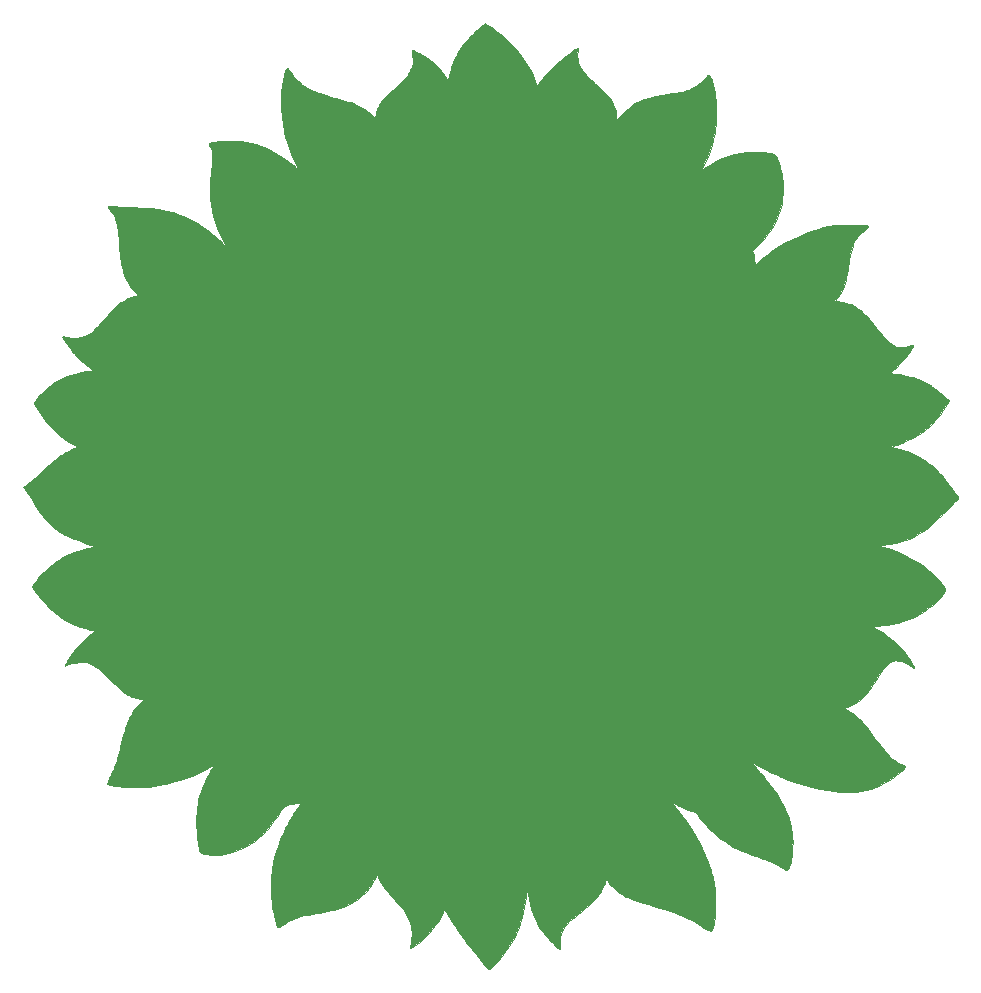
<source format=gbr>
%TF.GenerationSoftware,KiCad,Pcbnew,7.0.1*%
%TF.CreationDate,2023-06-01T23:30:30-07:00*%
%TF.ProjectId,flower,666c6f77-6572-42e6-9b69-6361645f7063,rev?*%
%TF.SameCoordinates,Original*%
%TF.FileFunction,Soldermask,Bot*%
%TF.FilePolarity,Negative*%
%FSLAX46Y46*%
G04 Gerber Fmt 4.6, Leading zero omitted, Abs format (unit mm)*
G04 Created by KiCad (PCBNEW 7.0.1) date 2023-06-01 23:30:30*
%MOMM*%
%LPD*%
G01*
G04 APERTURE LIST*
%ADD10C,0.010000*%
G04 APERTURE END LIST*
%TO.C,G\u002A\u002A\u002A*%
D10*
X50000961Y-7956554D02*
X50029845Y-7971312D01*
X50088181Y-8007274D01*
X50170989Y-8061018D01*
X50273287Y-8129121D01*
X50390096Y-8208157D01*
X50516435Y-8294705D01*
X50647325Y-8385342D01*
X50777784Y-8476642D01*
X50902832Y-8565184D01*
X51017490Y-8647544D01*
X51116776Y-8720299D01*
X51167887Y-8758668D01*
X51539986Y-9058877D01*
X51910285Y-9390915D01*
X52270605Y-9746393D01*
X52612767Y-10116918D01*
X52928591Y-10494100D01*
X53168261Y-10810932D01*
X53486122Y-11285522D01*
X53780528Y-11789636D01*
X54046930Y-12314919D01*
X54280776Y-12853018D01*
X54281848Y-12855707D01*
X54436256Y-13243209D01*
X54593406Y-13004844D01*
X54702137Y-12844252D01*
X54809096Y-12696238D01*
X54921476Y-12551738D01*
X55046470Y-12401691D01*
X55191270Y-12237037D01*
X55284260Y-12134448D01*
X55612359Y-11791104D01*
X55967021Y-11448515D01*
X56338782Y-11114993D01*
X56718177Y-10798852D01*
X57095741Y-10508404D01*
X57311231Y-10354248D01*
X57477541Y-10241364D01*
X57613450Y-10155467D01*
X57720947Y-10096285D01*
X57802021Y-10063548D01*
X57858663Y-10056987D01*
X57892861Y-10076329D01*
X57906605Y-10121306D01*
X57901884Y-10191646D01*
X57883486Y-10276442D01*
X57842910Y-10510637D01*
X57836438Y-10760103D01*
X57862967Y-11016606D01*
X57921394Y-11271911D01*
X58010615Y-11517783D01*
X58065136Y-11632122D01*
X58121979Y-11734160D01*
X58188323Y-11837986D01*
X58266648Y-11946306D01*
X58359432Y-12061825D01*
X58469155Y-12187249D01*
X58598295Y-12325284D01*
X58749332Y-12478637D01*
X58924744Y-12650013D01*
X59127012Y-12842117D01*
X59358613Y-13057657D01*
X59438974Y-13131698D01*
X59571524Y-13254199D01*
X59703493Y-13377313D01*
X59829052Y-13495519D01*
X59942369Y-13603291D01*
X60037614Y-13695108D01*
X60108957Y-13765445D01*
X60123371Y-13780042D01*
X60369907Y-14048037D01*
X60577596Y-14310203D01*
X60748632Y-14571076D01*
X60885213Y-14835191D01*
X60989536Y-15107083D01*
X61063797Y-15391287D01*
X61110193Y-15692338D01*
X61123218Y-15844288D01*
X61130519Y-15938935D01*
X61138708Y-16018872D01*
X61146629Y-16073960D01*
X61151508Y-16092525D01*
X61170136Y-16089940D01*
X61208443Y-16054251D01*
X61263614Y-15988218D01*
X61281051Y-15965525D01*
X61512922Y-15690184D01*
X61781177Y-15426111D01*
X62080657Y-15176441D01*
X62406200Y-14944310D01*
X62752647Y-14732855D01*
X63114838Y-14545211D01*
X63487611Y-14384515D01*
X63865807Y-14253902D01*
X64244265Y-14156508D01*
X64264974Y-14152180D01*
X64423566Y-14121214D01*
X64620932Y-14085702D01*
X64853817Y-14046191D01*
X65118968Y-14003228D01*
X65413133Y-13957359D01*
X65534974Y-13938807D01*
X65850844Y-13888605D01*
X66149833Y-13836308D01*
X66427820Y-13782798D01*
X66680687Y-13728961D01*
X66904314Y-13675680D01*
X67094583Y-13623837D01*
X67247374Y-13574319D01*
X67266403Y-13567298D01*
X67404146Y-13508779D01*
X67562448Y-13430456D01*
X67728877Y-13339054D01*
X67891002Y-13241299D01*
X67992968Y-13174268D01*
X68215326Y-13011001D01*
X68402561Y-12848711D01*
X68561295Y-12681343D01*
X68641735Y-12581119D01*
X68723631Y-12473512D01*
X68785315Y-12395645D01*
X68831446Y-12343002D01*
X68866682Y-12311064D01*
X68895680Y-12295315D01*
X68923099Y-12291236D01*
X68939473Y-12292363D01*
X68980442Y-12307215D01*
X69018152Y-12346931D01*
X69053053Y-12404705D01*
X69094242Y-12492955D01*
X69141783Y-12615052D01*
X69193428Y-12763395D01*
X69246929Y-12930379D01*
X69300037Y-13108402D01*
X69350505Y-13289862D01*
X69396085Y-13467155D01*
X69434528Y-13632678D01*
X69463586Y-13778828D01*
X69469257Y-13812288D01*
X69495118Y-14004012D01*
X69516927Y-14231291D01*
X69534582Y-14487533D01*
X69547984Y-14766145D01*
X69557033Y-15060534D01*
X69561627Y-15364108D01*
X69561667Y-15670273D01*
X69557052Y-15972436D01*
X69547682Y-16264006D01*
X69533456Y-16538389D01*
X69514529Y-16786205D01*
X69453294Y-17266554D01*
X69357184Y-17760156D01*
X69228442Y-18259910D01*
X69069313Y-18758717D01*
X68882044Y-19249478D01*
X68668877Y-19725094D01*
X68454678Y-20138045D01*
X68412646Y-20213527D01*
X68384728Y-20267022D01*
X68374078Y-20298443D01*
X68383847Y-20307704D01*
X68417186Y-20294719D01*
X68477249Y-20259401D01*
X68567186Y-20201665D01*
X68673857Y-20132040D01*
X68857336Y-20014137D01*
X69019619Y-19914158D01*
X69173467Y-19824746D01*
X69331640Y-19738547D01*
X69506901Y-19648207D01*
X69556640Y-19623233D01*
X70067807Y-19390132D01*
X70587467Y-19197339D01*
X71114016Y-19045191D01*
X71645852Y-18934024D01*
X72181371Y-18864179D01*
X72718968Y-18835990D01*
X73235911Y-18848459D01*
X73461370Y-18863895D01*
X73676890Y-18881525D01*
X73875837Y-18900663D01*
X74051576Y-18920623D01*
X74197471Y-18940720D01*
X74295909Y-18957975D01*
X74412020Y-19002902D01*
X74524487Y-19088908D01*
X74632616Y-19214841D01*
X74735709Y-19379549D01*
X74833069Y-19581880D01*
X74924000Y-19820683D01*
X75007805Y-20094805D01*
X75027068Y-20166828D01*
X75097746Y-20459396D01*
X75152547Y-20737646D01*
X75193252Y-21014434D01*
X75221639Y-21302617D01*
X75239489Y-21615052D01*
X75243523Y-21730763D01*
X75240605Y-22254578D01*
X75199544Y-22760935D01*
X75119802Y-23251814D01*
X75000843Y-23729196D01*
X74842130Y-24195061D01*
X74643127Y-24651389D01*
X74403297Y-25100161D01*
X74271682Y-25316372D01*
X74129997Y-25531000D01*
X73975100Y-25747396D01*
X73803511Y-25969814D01*
X73611747Y-26202513D01*
X73396329Y-26449748D01*
X73153774Y-26715778D01*
X72952384Y-26929745D01*
X72654545Y-27242538D01*
X72704423Y-27411872D01*
X72753991Y-27591190D01*
X72789079Y-27747812D01*
X72812451Y-27897700D01*
X72826873Y-28056818D01*
X72831660Y-28146375D01*
X72843472Y-28415211D01*
X73110348Y-28164194D01*
X73362692Y-27933246D01*
X73606347Y-27724449D01*
X73853761Y-27527849D01*
X74117383Y-27333495D01*
X74361474Y-27164004D01*
X74895210Y-26822796D01*
X75462977Y-26499592D01*
X76059431Y-26196848D01*
X76679226Y-25917022D01*
X77317019Y-25662571D01*
X77967465Y-25435952D01*
X78425474Y-25295762D01*
X78628813Y-25237771D01*
X78811076Y-25187881D01*
X78977481Y-25145484D01*
X79133246Y-25109972D01*
X79283588Y-25080737D01*
X79433724Y-25057171D01*
X79588872Y-25038666D01*
X79754250Y-25024615D01*
X79935075Y-25014409D01*
X80136565Y-25007441D01*
X80363937Y-25003102D01*
X80622409Y-25000786D01*
X80917198Y-24999883D01*
X80965474Y-24999832D01*
X81248203Y-24999862D01*
X81491530Y-25000706D01*
X81698382Y-25002695D01*
X81871685Y-25006159D01*
X82014367Y-25011429D01*
X82129356Y-25018834D01*
X82219580Y-25028706D01*
X82287965Y-25041374D01*
X82337439Y-25057169D01*
X82370931Y-25076420D01*
X82391366Y-25099459D01*
X82401673Y-25126616D01*
X82404779Y-25158220D01*
X82404807Y-25162237D01*
X82398611Y-25209897D01*
X82377197Y-25257636D01*
X82336322Y-25310199D01*
X82271746Y-25372330D01*
X82179225Y-25448774D01*
X82081193Y-25524211D01*
X81911594Y-25658337D01*
X81759521Y-25792935D01*
X81623436Y-25931409D01*
X81501798Y-26077166D01*
X81393068Y-26233613D01*
X81295705Y-26404154D01*
X81208170Y-26592197D01*
X81128923Y-26801147D01*
X81056423Y-27034410D01*
X80989131Y-27295392D01*
X80925507Y-27587500D01*
X80864012Y-27914139D01*
X80803104Y-28278715D01*
X80785703Y-28389624D01*
X80724467Y-28766974D01*
X80663119Y-29106139D01*
X80600238Y-29411246D01*
X80534402Y-29686421D01*
X80464188Y-29935792D01*
X80388174Y-30163488D01*
X80304938Y-30373633D01*
X80213059Y-30570358D01*
X80111114Y-30757787D01*
X79997681Y-30940049D01*
X79871338Y-31121272D01*
X79821366Y-31188448D01*
X79616686Y-31459352D01*
X79873038Y-31483398D01*
X80100485Y-31512539D01*
X80338196Y-31557050D01*
X80576059Y-31614184D01*
X80803962Y-31681189D01*
X81011794Y-31755317D01*
X81189443Y-31833818D01*
X81220508Y-31849826D01*
X81409544Y-31961745D01*
X81612465Y-32102778D01*
X81820810Y-32266082D01*
X82026119Y-32444816D01*
X82219931Y-32632137D01*
X82323681Y-32741956D01*
X82424368Y-32853373D01*
X82512554Y-32953192D01*
X82594374Y-33048876D01*
X82675964Y-33147889D01*
X82763461Y-33257693D01*
X82862999Y-33385752D01*
X82980715Y-33539528D01*
X82996905Y-33560788D01*
X83150026Y-33760765D01*
X83283413Y-33932015D01*
X83401923Y-34080264D01*
X83510419Y-34211241D01*
X83613761Y-34330672D01*
X83716808Y-34444286D01*
X83824421Y-34557809D01*
X83941462Y-34676969D01*
X83959239Y-34694790D01*
X84137025Y-34866671D01*
X84297108Y-35007700D01*
X84445345Y-35122197D01*
X84587591Y-35214484D01*
X84729701Y-35288881D01*
X84813643Y-35325244D01*
X84883939Y-35352530D01*
X84942447Y-35370991D01*
X85000549Y-35382325D01*
X85069629Y-35388232D01*
X85161069Y-35390410D01*
X85251724Y-35390617D01*
X85368999Y-35389726D01*
X85457475Y-35386016D01*
X85530682Y-35377423D01*
X85602147Y-35361880D01*
X85685398Y-35337324D01*
X85759724Y-35313071D01*
X85910065Y-35264009D01*
X86025208Y-35229019D01*
X86109776Y-35207807D01*
X86168390Y-35200081D01*
X86205673Y-35205547D01*
X86226249Y-35223911D01*
X86234741Y-35254881D01*
X86235971Y-35282844D01*
X86221193Y-35346625D01*
X86178268Y-35437354D01*
X86109304Y-35552369D01*
X86016407Y-35689006D01*
X85901685Y-35844603D01*
X85767244Y-36016497D01*
X85615191Y-36202025D01*
X85447634Y-36398525D01*
X85266680Y-36603333D01*
X85074436Y-36813787D01*
X84873008Y-37027224D01*
X84777394Y-37126139D01*
X84668661Y-37238589D01*
X84571256Y-37340920D01*
X84488656Y-37429349D01*
X84424335Y-37500097D01*
X84381769Y-37549382D01*
X84364433Y-37573424D01*
X84364644Y-37575141D01*
X84390705Y-37579507D01*
X84452004Y-37588427D01*
X84541808Y-37600962D01*
X84653379Y-37616174D01*
X84779981Y-37633125D01*
X84796640Y-37635334D01*
X85122910Y-37682264D01*
X85417829Y-37733144D01*
X85692355Y-37790441D01*
X85957445Y-37856624D01*
X86224057Y-37934163D01*
X86454023Y-38008803D01*
X86911227Y-38181666D01*
X87338325Y-38380907D01*
X87733211Y-38605523D01*
X87812890Y-38656502D01*
X88030021Y-38803983D01*
X88255284Y-38967297D01*
X88479726Y-39139378D01*
X88694395Y-39313161D01*
X88890340Y-39481581D01*
X89058607Y-39637572D01*
X89069834Y-39648546D01*
X89158189Y-39735152D01*
X89220584Y-39801219D01*
X89257977Y-39855478D01*
X89271328Y-39906660D01*
X89261599Y-39963496D01*
X89229749Y-40034716D01*
X89176738Y-40129051D01*
X89131260Y-40207122D01*
X88824945Y-40698052D01*
X88495917Y-41153478D01*
X88143373Y-41574120D01*
X87766509Y-41960696D01*
X87364520Y-42313926D01*
X86936604Y-42634530D01*
X86481955Y-42923226D01*
X85999769Y-43180734D01*
X85609494Y-43358097D01*
X85495240Y-43404345D01*
X85352443Y-43459051D01*
X85192910Y-43517870D01*
X85028449Y-43576459D01*
X84870870Y-43630473D01*
X84852069Y-43636745D01*
X84393039Y-43789347D01*
X84832965Y-43901273D01*
X85035807Y-43953579D01*
X85206213Y-43999388D01*
X85353050Y-44041492D01*
X85485185Y-44082680D01*
X85611483Y-44125743D01*
X85740812Y-44173473D01*
X85882037Y-44228659D01*
X85915029Y-44241856D01*
X86277502Y-44401474D01*
X86648526Y-44591582D01*
X87016327Y-44805537D01*
X87369128Y-45036694D01*
X87535968Y-45156456D01*
X87732669Y-45307398D01*
X87921778Y-45463792D01*
X88106619Y-45629191D01*
X88290520Y-45807148D01*
X88476804Y-46001217D01*
X88668796Y-46214952D01*
X88869824Y-46451906D01*
X89083211Y-46715631D01*
X89312284Y-47009683D01*
X89492726Y-47247397D01*
X89633615Y-47435627D01*
X89750369Y-47593885D01*
X89845070Y-47725433D01*
X89919803Y-47833536D01*
X89976649Y-47921456D01*
X90017694Y-47992457D01*
X90045020Y-48049802D01*
X90060710Y-48096756D01*
X90066849Y-48136581D01*
X90067140Y-48147152D01*
X90064667Y-48183052D01*
X90053490Y-48214748D01*
X90027972Y-48249362D01*
X89982479Y-48294014D01*
X89911374Y-48355824D01*
X89883006Y-48379788D01*
X89833587Y-48423616D01*
X89757553Y-48494010D01*
X89658314Y-48587689D01*
X89539279Y-48701375D01*
X89403858Y-48831788D01*
X89255460Y-48975648D01*
X89097494Y-49129676D01*
X88933369Y-49290592D01*
X88818891Y-49403358D01*
X88579582Y-49639131D01*
X88367305Y-49847182D01*
X88179333Y-50029896D01*
X88012935Y-50189657D01*
X87865384Y-50328849D01*
X87733950Y-50449856D01*
X87615905Y-50555063D01*
X87508520Y-50646855D01*
X87409065Y-50727614D01*
X87314813Y-50799726D01*
X87223035Y-50865575D01*
X87131001Y-50927545D01*
X87035982Y-50988021D01*
X86935251Y-51049386D01*
X86934474Y-51049852D01*
X86423867Y-51331261D01*
X85897037Y-51573614D01*
X85354494Y-51776739D01*
X84796749Y-51940466D01*
X84224313Y-52064621D01*
X83664224Y-52146112D01*
X83567281Y-52157945D01*
X83484646Y-52169884D01*
X83426212Y-52180385D01*
X83403398Y-52186787D01*
X83414058Y-52196499D01*
X83460052Y-52215093D01*
X83535770Y-52240694D01*
X83635601Y-52271427D01*
X83753935Y-52305418D01*
X83779751Y-52312559D01*
X84078790Y-52397314D01*
X84345992Y-52479120D01*
X84591324Y-52561689D01*
X84824754Y-52648735D01*
X85056252Y-52743970D01*
X85295784Y-52851109D01*
X85548057Y-52971296D01*
X86109004Y-53264392D01*
X86637670Y-53580953D01*
X87138899Y-53924105D01*
X87617538Y-54296975D01*
X87667803Y-54338919D01*
X87790311Y-54446638D01*
X87931872Y-54579066D01*
X88084650Y-54728218D01*
X88240806Y-54886109D01*
X88392503Y-55044754D01*
X88531903Y-55196167D01*
X88651167Y-55332363D01*
X88696621Y-55387103D01*
X88812752Y-55537566D01*
X88896409Y-55667426D01*
X88947600Y-55783233D01*
X88966332Y-55891537D01*
X88952609Y-55998888D01*
X88906440Y-56111834D01*
X88827830Y-56236926D01*
X88716785Y-56380712D01*
X88697616Y-56403954D01*
X88342433Y-56799056D01*
X87958532Y-57163530D01*
X87547287Y-57496528D01*
X87110067Y-57797203D01*
X86648245Y-58064707D01*
X86163191Y-58298192D01*
X85656276Y-58496809D01*
X85128873Y-58659711D01*
X84992255Y-58695188D01*
X84761374Y-58750328D01*
X84541176Y-58797067D01*
X84322809Y-58836742D01*
X84097425Y-58870684D01*
X83856172Y-58900229D01*
X83590202Y-58926710D01*
X83293807Y-58951222D01*
X83159998Y-58961604D01*
X83041349Y-58971131D01*
X82944023Y-58979283D01*
X82874185Y-58985538D01*
X82838000Y-58989375D01*
X82834341Y-58990101D01*
X82849588Y-59002086D01*
X82894421Y-59031986D01*
X82962343Y-59075582D01*
X83046853Y-59128654D01*
X83067175Y-59141275D01*
X83440661Y-59378677D01*
X83779523Y-59607037D01*
X84089307Y-59830677D01*
X84375555Y-60053919D01*
X84643814Y-60281086D01*
X84899627Y-60516501D01*
X85146061Y-60761923D01*
X85414188Y-61052069D01*
X85650027Y-61336609D01*
X85860755Y-61625261D01*
X86053546Y-61927741D01*
X86204382Y-62194954D01*
X86266290Y-62312137D01*
X86309162Y-62398002D01*
X86335175Y-62457865D01*
X86346508Y-62497040D01*
X86345339Y-62520844D01*
X86341012Y-62528329D01*
X86309327Y-62554472D01*
X86294352Y-62559122D01*
X86271063Y-62547392D01*
X86219357Y-62514825D01*
X86145147Y-62465355D01*
X86054345Y-62402916D01*
X85963569Y-62339056D01*
X85794917Y-62221654D01*
X85651526Y-62128363D01*
X85526277Y-62056021D01*
X85412053Y-62001469D01*
X85301736Y-61961545D01*
X85188206Y-61933088D01*
X85064346Y-61912938D01*
X84982883Y-61903598D01*
X84825209Y-61892857D01*
X84695647Y-61897590D01*
X84582240Y-61919606D01*
X84473029Y-61960717D01*
X84415156Y-61989587D01*
X84311750Y-62049883D01*
X84210726Y-62120301D01*
X84109711Y-62203649D01*
X84006334Y-62302737D01*
X83898220Y-62420375D01*
X83782999Y-62559370D01*
X83658296Y-62722533D01*
X83521740Y-62912673D01*
X83370957Y-63132598D01*
X83203576Y-63385117D01*
X83093862Y-63553955D01*
X82934697Y-63799235D01*
X82794852Y-64011959D01*
X82671659Y-64195748D01*
X82562452Y-64354221D01*
X82464563Y-64490999D01*
X82375324Y-64609701D01*
X82292068Y-64713948D01*
X82212127Y-64807358D01*
X82132834Y-64893552D01*
X82051521Y-64976151D01*
X82031154Y-64996090D01*
X81885154Y-65127897D01*
X81721941Y-65257608D01*
X81547210Y-65382015D01*
X81366661Y-65497910D01*
X81185990Y-65602087D01*
X81010896Y-65691337D01*
X80847075Y-65762454D01*
X80700226Y-65812228D01*
X80576046Y-65837453D01*
X80532225Y-65839955D01*
X80475178Y-65843313D01*
X80440829Y-65851817D01*
X80436307Y-65856969D01*
X80451940Y-65885973D01*
X80499520Y-65932843D01*
X80580068Y-65998386D01*
X80694603Y-66083413D01*
X80844146Y-66188733D01*
X80923140Y-66242967D01*
X81094982Y-66361608D01*
X81238636Y-66464596D01*
X81361993Y-66558422D01*
X81472946Y-66649576D01*
X81579386Y-66744549D01*
X81689206Y-66849831D01*
X81810298Y-66971913D01*
X81813505Y-66975202D01*
X81977994Y-67150948D01*
X82149783Y-67348541D01*
X82332295Y-67572142D01*
X82528955Y-67825912D01*
X82680009Y-68027983D01*
X82875912Y-68293068D01*
X83049461Y-68526902D01*
X83203109Y-68732540D01*
X83339312Y-68913035D01*
X83460521Y-69071439D01*
X83569190Y-69210807D01*
X83667774Y-69334190D01*
X83758725Y-69444644D01*
X83844498Y-69545220D01*
X83927546Y-69638972D01*
X84010322Y-69728953D01*
X84095280Y-69818216D01*
X84184874Y-69909816D01*
X84223702Y-69948942D01*
X84426316Y-70144229D01*
X84612960Y-70306074D01*
X84788551Y-70437855D01*
X84958003Y-70542950D01*
X85126234Y-70624740D01*
X85295845Y-70685903D01*
X85425309Y-70730609D01*
X85515129Y-70776236D01*
X85565890Y-70826249D01*
X85578176Y-70884119D01*
X85552572Y-70953311D01*
X85489660Y-71037295D01*
X85390026Y-71139539D01*
X85374701Y-71154075D01*
X85223722Y-71286553D01*
X85040581Y-71431081D01*
X84830996Y-71584214D01*
X84600684Y-71742510D01*
X84355362Y-71902522D01*
X84100748Y-72060806D01*
X83842557Y-72213917D01*
X83586508Y-72358412D01*
X83338317Y-72490845D01*
X83103702Y-72607772D01*
X82888379Y-72705748D01*
X82698066Y-72781329D01*
X82641508Y-72800841D01*
X82278261Y-72902079D01*
X81884234Y-72977387D01*
X81461843Y-73027103D01*
X81013502Y-73051567D01*
X80541629Y-73051117D01*
X80048638Y-73026094D01*
X79536946Y-72976837D01*
X79008968Y-72903684D01*
X78467121Y-72806976D01*
X77913819Y-72687051D01*
X77351479Y-72544249D01*
X76782517Y-72378908D01*
X76209348Y-72191369D01*
X75634388Y-71981971D01*
X75060053Y-71751052D01*
X75007057Y-71728622D01*
X74789659Y-71632973D01*
X74545046Y-71519704D01*
X74282132Y-71393263D01*
X74009832Y-71258093D01*
X73737060Y-71118640D01*
X73472730Y-70979350D01*
X73225755Y-70844666D01*
X73155408Y-70805276D01*
X73029176Y-70734652D01*
X72912111Y-70670183D01*
X72810274Y-70615125D01*
X72729726Y-70572734D01*
X72676529Y-70546269D01*
X72661063Y-70539660D01*
X72600200Y-70518443D01*
X72637394Y-70576324D01*
X72684474Y-70644079D01*
X72752382Y-70732851D01*
X72842769Y-70844645D01*
X72957285Y-70981466D01*
X73097580Y-71145318D01*
X73251165Y-71322035D01*
X73516345Y-71628232D01*
X73754291Y-71909024D01*
X73968192Y-72168444D01*
X74161234Y-72410524D01*
X74336607Y-72639298D01*
X74497498Y-72858800D01*
X74647094Y-73073062D01*
X74715143Y-73174205D01*
X75024817Y-73674863D01*
X75296924Y-74188151D01*
X75530322Y-74711475D01*
X75723870Y-75242243D01*
X75876426Y-75777862D01*
X75894144Y-75851788D01*
X75957651Y-76174894D01*
X76004493Y-76524976D01*
X76034697Y-76893568D01*
X76048291Y-77272200D01*
X76045304Y-77652404D01*
X76025763Y-78025713D01*
X75989697Y-78383659D01*
X75937135Y-78717772D01*
X75883807Y-78959926D01*
X75831265Y-79154874D01*
X75781763Y-79310941D01*
X75733556Y-79431310D01*
X75684899Y-79519162D01*
X75634048Y-79577677D01*
X75579257Y-79610039D01*
X75522106Y-79619455D01*
X75478187Y-79615959D01*
X75430321Y-79603526D01*
X75372616Y-79579239D01*
X75299180Y-79540182D01*
X75204124Y-79483438D01*
X75081557Y-79406089D01*
X75049180Y-79385287D01*
X74861656Y-79268206D01*
X74678072Y-79161830D01*
X74492076Y-79063265D01*
X74297317Y-78969618D01*
X74087443Y-78877996D01*
X73856102Y-78785503D01*
X73596943Y-78689246D01*
X73303614Y-78586332D01*
X73271390Y-78575301D01*
X72914333Y-78452239D01*
X72593841Y-78339228D01*
X72305849Y-78234442D01*
X72046288Y-78136059D01*
X71811089Y-78042256D01*
X71596186Y-77951209D01*
X71397511Y-77861094D01*
X71210995Y-77770089D01*
X71032571Y-77676370D01*
X70858171Y-77578114D01*
X70683728Y-77473498D01*
X70505173Y-77360697D01*
X70382140Y-77280246D01*
X70127354Y-77100339D01*
X69857789Y-76889116D01*
X69579265Y-76652246D01*
X69297606Y-76395395D01*
X69018633Y-76124230D01*
X68748167Y-75844419D01*
X68492032Y-75561628D01*
X68256049Y-75281525D01*
X68046040Y-75009777D01*
X68037153Y-74997644D01*
X67957303Y-74894890D01*
X67883307Y-74818322D01*
X67804972Y-74761603D01*
X67712104Y-74718397D01*
X67594510Y-74682366D01*
X67490163Y-74657609D01*
X67222728Y-74584245D01*
X66956702Y-74481618D01*
X66681792Y-74345727D01*
X66667390Y-74337857D01*
X66468732Y-74230481D01*
X66293071Y-74138924D01*
X66142637Y-74064221D01*
X66019660Y-74007406D01*
X65926368Y-73969511D01*
X65864992Y-73951570D01*
X65838589Y-73953617D01*
X65843104Y-73969025D01*
X65867142Y-74006541D01*
X65911876Y-74067667D01*
X65978481Y-74153904D01*
X66068131Y-74266756D01*
X66182001Y-74407722D01*
X66321264Y-74578305D01*
X66441940Y-74725194D01*
X66872058Y-75276340D01*
X67283151Y-75860582D01*
X67671414Y-76471515D01*
X68033042Y-77102731D01*
X68364227Y-77747823D01*
X68661165Y-78400386D01*
X68745772Y-78603455D01*
X68814186Y-78778659D01*
X68888605Y-78981932D01*
X68965844Y-79203545D01*
X69042717Y-79433772D01*
X69116036Y-79662887D01*
X69182616Y-79881160D01*
X69239271Y-80078867D01*
X69279657Y-80233288D01*
X69334796Y-80470286D01*
X69380709Y-80695833D01*
X69418093Y-80916853D01*
X69447645Y-81140267D01*
X69470063Y-81372995D01*
X69486044Y-81621961D01*
X69496285Y-81894084D01*
X69501483Y-82196288D01*
X69502493Y-82445205D01*
X69499038Y-82792261D01*
X69489160Y-83119809D01*
X69473175Y-83425396D01*
X69451400Y-83706566D01*
X69424152Y-83960868D01*
X69391746Y-84185846D01*
X69354500Y-84379047D01*
X69312730Y-84538018D01*
X69266753Y-84660305D01*
X69216884Y-84743454D01*
X69204197Y-84757489D01*
X69171649Y-84783005D01*
X69133652Y-84796503D01*
X69086627Y-84796455D01*
X69026996Y-84781332D01*
X68951180Y-84749606D01*
X68855603Y-84699749D01*
X68736684Y-84630234D01*
X68590847Y-84539530D01*
X68414513Y-84426111D01*
X68388162Y-84408967D01*
X68212783Y-84295508D01*
X68062976Y-84200693D01*
X67929451Y-84119156D01*
X67802915Y-84045528D01*
X67674077Y-83974442D01*
X67533645Y-83900530D01*
X67372327Y-83818425D01*
X67323135Y-83793730D01*
X67126956Y-83696965D01*
X66937359Y-83606874D01*
X66750326Y-83521994D01*
X66561841Y-83440863D01*
X66367886Y-83362016D01*
X66164446Y-83283993D01*
X65947504Y-83205329D01*
X65713044Y-83124562D01*
X65457048Y-83040230D01*
X65175500Y-82950869D01*
X64864384Y-82855017D01*
X64519683Y-82751210D01*
X64201474Y-82656864D01*
X63821312Y-82543768D01*
X63479567Y-82439843D01*
X63173556Y-82344125D01*
X62900592Y-82255648D01*
X62657993Y-82173448D01*
X62443073Y-82096559D01*
X62253147Y-82024016D01*
X62085532Y-81954855D01*
X61937542Y-81888111D01*
X61806494Y-81822817D01*
X61689702Y-81758010D01*
X61672057Y-81747560D01*
X61483583Y-81626745D01*
X61293250Y-81489592D01*
X61105944Y-81340735D01*
X60926553Y-81184812D01*
X60759964Y-81026457D01*
X60611064Y-80870308D01*
X60484740Y-80720999D01*
X60385879Y-80583166D01*
X60321604Y-80466525D01*
X60279335Y-80371679D01*
X60207448Y-80561775D01*
X60139784Y-80739466D01*
X60083408Y-80884113D01*
X60035339Y-81002529D01*
X59992596Y-81101528D01*
X59952198Y-81187922D01*
X59911165Y-81268524D01*
X59866515Y-81350147D01*
X59848907Y-81381225D01*
X59739612Y-81561600D01*
X59618634Y-81738831D01*
X59483416Y-81915461D01*
X59331401Y-82094034D01*
X59160032Y-82277097D01*
X58966754Y-82467193D01*
X58749009Y-82666868D01*
X58504241Y-82878665D01*
X58229893Y-83105130D01*
X57923409Y-83348806D01*
X57691597Y-83528512D01*
X57399156Y-83763164D01*
X57145799Y-83988340D01*
X56929930Y-84206277D01*
X56749952Y-84419211D01*
X56604268Y-84629381D01*
X56491284Y-84839022D01*
X56409401Y-85050372D01*
X56357023Y-85265668D01*
X56336432Y-85427463D01*
X56333155Y-85509873D01*
X56333422Y-85622536D01*
X56336968Y-85753544D01*
X56343526Y-85890989D01*
X56348466Y-85967040D01*
X56356376Y-86086824D01*
X56361923Y-86191475D01*
X56364840Y-86273890D01*
X56364862Y-86326967D01*
X56362571Y-86343579D01*
X56341805Y-86336613D01*
X56293800Y-86308859D01*
X56225429Y-86264599D01*
X56143563Y-86208113D01*
X56132576Y-86200300D01*
X55938375Y-86047636D01*
X55733588Y-85860649D01*
X55522559Y-85644627D01*
X55309632Y-85404861D01*
X55099154Y-85146639D01*
X54895466Y-84875252D01*
X54702915Y-84595988D01*
X54525845Y-84314138D01*
X54395691Y-84085622D01*
X54225835Y-83741806D01*
X54069680Y-83365369D01*
X53929689Y-82964504D01*
X53808324Y-82547404D01*
X53708047Y-82122262D01*
X53631321Y-81697270D01*
X53594752Y-81420596D01*
X53581558Y-81316443D01*
X53569386Y-81247481D01*
X53558777Y-81216263D01*
X53552030Y-81219513D01*
X53545183Y-81250130D01*
X53533461Y-81317091D01*
X53517737Y-81414797D01*
X53498882Y-81537652D01*
X53477767Y-81680056D01*
X53455265Y-81836412D01*
X53448503Y-81884288D01*
X53380658Y-82343732D01*
X53311114Y-82765123D01*
X53238397Y-83152738D01*
X53161030Y-83510858D01*
X53077537Y-83843761D01*
X52986442Y-84155725D01*
X52886268Y-84451031D01*
X52775540Y-84733957D01*
X52652781Y-85008781D01*
X52516515Y-85279784D01*
X52365267Y-85551243D01*
X52197560Y-85827438D01*
X52011917Y-86112648D01*
X51966695Y-86179723D01*
X51850594Y-86346088D01*
X51723126Y-86520177D01*
X51587107Y-86698783D01*
X51445351Y-86878696D01*
X51300672Y-87056707D01*
X51155887Y-87229608D01*
X51013810Y-87394190D01*
X50877255Y-87547244D01*
X50749037Y-87685561D01*
X50631972Y-87805933D01*
X50528874Y-87905150D01*
X50442558Y-87980005D01*
X50375839Y-88027287D01*
X50331531Y-88043788D01*
X50331492Y-88043788D01*
X50284581Y-88027565D01*
X50226808Y-87984289D01*
X50206537Y-87964413D01*
X50165540Y-87918068D01*
X50106380Y-87846718D01*
X50036261Y-87759249D01*
X49962388Y-87664547D01*
X49944818Y-87641622D01*
X49838398Y-87504088D01*
X49715201Y-87348374D01*
X49573317Y-87172137D01*
X49410836Y-86973034D01*
X49225848Y-86748722D01*
X49016445Y-86496860D01*
X48823212Y-86265788D01*
X48503346Y-85877361D01*
X48210727Y-85506958D01*
X47939521Y-85146188D01*
X47683894Y-84786658D01*
X47438012Y-84419979D01*
X47196042Y-84037759D01*
X46952149Y-83631606D01*
X46759304Y-83297163D01*
X46700340Y-83194445D01*
X46648311Y-83105971D01*
X46606853Y-83037751D01*
X46579602Y-82995796D01*
X46570559Y-82985170D01*
X46557924Y-83003222D01*
X46529475Y-83053405D01*
X46488297Y-83129973D01*
X46437475Y-83227175D01*
X46380094Y-83339263D01*
X46372386Y-83354484D01*
X46196035Y-83678758D01*
X45995920Y-84003355D01*
X45775921Y-84323859D01*
X45539920Y-84635854D01*
X45291797Y-84934925D01*
X45035433Y-85216658D01*
X44774709Y-85476638D01*
X44513506Y-85710448D01*
X44255705Y-85913674D01*
X44005187Y-86081900D01*
X43942462Y-86118939D01*
X43826541Y-86180398D01*
X43741125Y-86213715D01*
X43684807Y-86218559D01*
X43656176Y-86194601D01*
X43653824Y-86141512D01*
X43676341Y-86058961D01*
X43677097Y-86056835D01*
X43710208Y-85938204D01*
X43738509Y-85786185D01*
X43761481Y-85609503D01*
X43778608Y-85416886D01*
X43789371Y-85217058D01*
X43793253Y-85018747D01*
X43789737Y-84830679D01*
X43778305Y-84661579D01*
X43765745Y-84561872D01*
X43722421Y-84341635D01*
X43661367Y-84123572D01*
X43580818Y-83904729D01*
X43479013Y-83682148D01*
X43354189Y-83452873D01*
X43204583Y-83213950D01*
X43028432Y-82962422D01*
X42823974Y-82695334D01*
X42589446Y-82409728D01*
X42323086Y-82102650D01*
X42251040Y-82021872D01*
X41999361Y-81736439D01*
X41777414Y-81474551D01*
X41582400Y-81232656D01*
X41411525Y-81007203D01*
X41261992Y-80794642D01*
X41154506Y-80629337D01*
X41096372Y-80531309D01*
X41033165Y-80416386D01*
X40970730Y-80296041D01*
X40914914Y-80181745D01*
X40871563Y-80084970D01*
X40853352Y-80038359D01*
X40825593Y-79959846D01*
X40780074Y-80101859D01*
X40748031Y-80189768D01*
X40704054Y-80295004D01*
X40656521Y-80397752D01*
X40646158Y-80418570D01*
X40431983Y-80795321D01*
X40182609Y-81149939D01*
X39899939Y-81480677D01*
X39585877Y-81785784D01*
X39242328Y-82063514D01*
X38871194Y-82312115D01*
X38474380Y-82529841D01*
X38220605Y-82646711D01*
X37980118Y-82745172D01*
X37737942Y-82834391D01*
X37488776Y-82915721D01*
X37227318Y-82990516D01*
X36948267Y-83060128D01*
X36646322Y-83125911D01*
X36316182Y-83189218D01*
X35952544Y-83251403D01*
X35689974Y-83292739D01*
X35332801Y-83350157D01*
X35012636Y-83408231D01*
X34724168Y-83468768D01*
X34462087Y-83533574D01*
X34221082Y-83604454D01*
X33995842Y-83683216D01*
X33781057Y-83771664D01*
X33571418Y-83871604D01*
X33361612Y-83984843D01*
X33146331Y-84113186D01*
X32995615Y-84209026D01*
X32846097Y-84305313D01*
X32727261Y-84379636D01*
X32635011Y-84434170D01*
X32565249Y-84471087D01*
X32513881Y-84492562D01*
X32476809Y-84500768D01*
X32450724Y-84498134D01*
X32434151Y-84488771D01*
X32417658Y-84468626D01*
X32399702Y-84433309D01*
X32378746Y-84378429D01*
X32353248Y-84299596D01*
X32321669Y-84192420D01*
X32282468Y-84052510D01*
X32240243Y-83898084D01*
X32111108Y-83374400D01*
X32011428Y-82858721D01*
X31938329Y-82334573D01*
X31901806Y-81958372D01*
X31893317Y-81821279D01*
X31886928Y-81651278D01*
X31882643Y-81457739D01*
X31880466Y-81250035D01*
X31880399Y-81037538D01*
X31882447Y-80829620D01*
X31886614Y-80635653D01*
X31892901Y-80465009D01*
X31901196Y-80328538D01*
X31975707Y-79655270D01*
X32091712Y-78984415D01*
X32248378Y-78318860D01*
X32444867Y-77661492D01*
X32680345Y-77015197D01*
X32953977Y-76382861D01*
X33169355Y-75947038D01*
X33297568Y-75707032D01*
X33433348Y-75464284D01*
X33573665Y-75223540D01*
X33715487Y-74989547D01*
X33855786Y-74767052D01*
X33991529Y-74560801D01*
X34119688Y-74375542D01*
X34237231Y-74216021D01*
X34341128Y-74086984D01*
X34395662Y-74026163D01*
X34423848Y-73996871D01*
X34442596Y-73975108D01*
X34447594Y-73960449D01*
X34434533Y-73952467D01*
X34399101Y-73950735D01*
X34336988Y-73954826D01*
X34243884Y-73964314D01*
X34115479Y-73978772D01*
X34023035Y-73989277D01*
X33795204Y-74016964D01*
X33604761Y-74044938D01*
X33446779Y-74074778D01*
X33316334Y-74108063D01*
X33208499Y-74146371D01*
X33118348Y-74191282D01*
X33040955Y-74244373D01*
X32971394Y-74307224D01*
X32945364Y-74334679D01*
X32903380Y-74385561D01*
X32843362Y-74465067D01*
X32770275Y-74566278D01*
X32689078Y-74682272D01*
X32604735Y-74806130D01*
X32569828Y-74858434D01*
X32363309Y-75163541D01*
X32168827Y-75436931D01*
X31980926Y-75685438D01*
X31794148Y-75915893D01*
X31603039Y-76135130D01*
X31402140Y-76349982D01*
X31277361Y-76476901D01*
X30897171Y-76834609D01*
X30511049Y-77151972D01*
X30115327Y-77430922D01*
X29706339Y-77673386D01*
X29280418Y-77881294D01*
X28833895Y-78056574D01*
X28363105Y-78201157D01*
X27864379Y-78316972D01*
X27731307Y-78342313D01*
X27496623Y-78371582D01*
X27235363Y-78379984D01*
X26957676Y-78367706D01*
X26673713Y-78334939D01*
X26588307Y-78321053D01*
X26369731Y-78280921D01*
X26193168Y-78243866D01*
X26058413Y-78209833D01*
X25965260Y-78178772D01*
X25913504Y-78150631D01*
X25912214Y-78149494D01*
X25875861Y-78096195D01*
X25839064Y-78003117D01*
X25802272Y-77872807D01*
X25765938Y-77707809D01*
X25730510Y-77510669D01*
X25696441Y-77283932D01*
X25664180Y-77030144D01*
X25634178Y-76751851D01*
X25606887Y-76451597D01*
X25602836Y-76402122D01*
X25591635Y-76228415D01*
X25583508Y-76028702D01*
X25578377Y-75810355D01*
X25576169Y-75580749D01*
X25576806Y-75347256D01*
X25580212Y-75117250D01*
X25586313Y-74898106D01*
X25595031Y-74697195D01*
X25606291Y-74521892D01*
X25620018Y-74379570D01*
X25623971Y-74348955D01*
X25677118Y-74021598D01*
X25746172Y-73699957D01*
X25833164Y-73377771D01*
X25940126Y-73048781D01*
X26069089Y-72706727D01*
X26222085Y-72345351D01*
X26396957Y-71967130D01*
X26515900Y-71724776D01*
X26627273Y-71511417D01*
X26737290Y-71316022D01*
X26852167Y-71127560D01*
X26978119Y-70935001D01*
X26980301Y-70931762D01*
X27160221Y-70664883D01*
X27070056Y-70710468D01*
X27025186Y-70733782D01*
X26949856Y-70773627D01*
X26850839Y-70826391D01*
X26734907Y-70888460D01*
X26608834Y-70956220D01*
X26552769Y-70986435D01*
X25867297Y-71332404D01*
X25167852Y-71638427D01*
X24454754Y-71904396D01*
X23728322Y-72130205D01*
X22988875Y-72315746D01*
X22236732Y-72460913D01*
X22089973Y-72484297D01*
X21390268Y-72571102D01*
X20692300Y-72615705D01*
X19994867Y-72618138D01*
X19296762Y-72578430D01*
X19096187Y-72559263D01*
X18824336Y-72528581D01*
X18594065Y-72497427D01*
X18404619Y-72465628D01*
X18255246Y-72433008D01*
X18145191Y-72399393D01*
X18073702Y-72364607D01*
X18040026Y-72328476D01*
X18036974Y-72313345D01*
X18046918Y-72265729D01*
X18076656Y-72181114D01*
X18126042Y-72059845D01*
X18194931Y-71902267D01*
X18283179Y-71708726D01*
X18351794Y-71561804D01*
X18435973Y-71380590D01*
X18511330Y-71212405D01*
X18579536Y-71052196D01*
X18642262Y-70894907D01*
X18701178Y-70735484D01*
X18757955Y-70568875D01*
X18814264Y-70390023D01*
X18871774Y-70193877D01*
X18932158Y-69975380D01*
X18997084Y-69729480D01*
X19068224Y-69451121D01*
X19127153Y-69216038D01*
X19213208Y-68873968D01*
X19291665Y-68569469D01*
X19363639Y-68298685D01*
X19430248Y-68057759D01*
X19492607Y-67842836D01*
X19551834Y-67650059D01*
X19609045Y-67475574D01*
X19665357Y-67315524D01*
X19717640Y-67176916D01*
X19836069Y-66890170D01*
X19957656Y-66633116D01*
X20087904Y-66397288D01*
X20232316Y-66174219D01*
X20396392Y-65955442D01*
X20585636Y-65732493D01*
X20805550Y-65496905D01*
X20817520Y-65484569D01*
X20906618Y-65392064D01*
X20983996Y-65310121D01*
X21045359Y-65243421D01*
X21086412Y-65196648D01*
X21102861Y-65174485D01*
X21102860Y-65173452D01*
X21079766Y-65167896D01*
X21022726Y-65158834D01*
X20939867Y-65147440D01*
X20839319Y-65134888D01*
X20819718Y-65132566D01*
X20606969Y-65102871D01*
X20423913Y-65065986D01*
X20258085Y-65018555D01*
X20097019Y-64957223D01*
X19992135Y-64909819D01*
X19868622Y-64848196D01*
X19748231Y-64781639D01*
X19627872Y-64707636D01*
X19504453Y-64623679D01*
X19374884Y-64527257D01*
X19236075Y-64415860D01*
X19084936Y-64286977D01*
X18918374Y-64138098D01*
X18733300Y-63966714D01*
X18526623Y-63770314D01*
X18295252Y-63546387D01*
X18205475Y-63458705D01*
X17963172Y-63223727D01*
X17746035Y-63018095D01*
X17551083Y-62839533D01*
X17375335Y-62685765D01*
X17215811Y-62554516D01*
X17069530Y-62443510D01*
X16933512Y-62350471D01*
X16804776Y-62273124D01*
X16680342Y-62209193D01*
X16557229Y-62156402D01*
X16449474Y-62117960D01*
X16204924Y-62058420D01*
X15937215Y-62030885D01*
X15650496Y-62035007D01*
X15348914Y-62070445D01*
X15036619Y-62136852D01*
X14717758Y-62233884D01*
X14618557Y-62270004D01*
X14536206Y-62300195D01*
X14470020Y-62322637D01*
X14428967Y-62334387D01*
X14420151Y-62335098D01*
X14424033Y-62312220D01*
X14446858Y-62259636D01*
X14485180Y-62183568D01*
X14535552Y-62090239D01*
X14594531Y-61985872D01*
X14658670Y-61876689D01*
X14724524Y-61768914D01*
X14788648Y-61668769D01*
X14791342Y-61664686D01*
X14971938Y-61406447D01*
X15178020Y-61138001D01*
X15403516Y-60865902D01*
X15642350Y-60596705D01*
X15888450Y-60336963D01*
X16135741Y-60093231D01*
X16378150Y-59872063D01*
X16609601Y-59680014D01*
X16682028Y-59624528D01*
X16774537Y-59554570D01*
X16853817Y-59493301D01*
X16914202Y-59445206D01*
X16950029Y-59414768D01*
X16957474Y-59406470D01*
X16937943Y-59397965D01*
X16883473Y-59381138D01*
X16800249Y-59357721D01*
X16694453Y-59329443D01*
X16572270Y-59298036D01*
X16550015Y-59292435D01*
X16113469Y-59174142D01*
X15711292Y-59046158D01*
X15336046Y-58905455D01*
X14980296Y-58749007D01*
X14636603Y-58573786D01*
X14297532Y-58376766D01*
X14291768Y-58373213D01*
X14070359Y-58230065D01*
X13857546Y-58078250D01*
X13645920Y-57911831D01*
X13428072Y-57724869D01*
X13196591Y-57511426D01*
X13096815Y-57415650D01*
X12818826Y-57138761D01*
X12570825Y-56875392D01*
X12346180Y-56617823D01*
X12138260Y-56358336D01*
X11940431Y-56089214D01*
X11870186Y-55988163D01*
X11667950Y-55693122D01*
X11765676Y-55511913D01*
X11852860Y-55358028D01*
X11944347Y-55213620D01*
X12044783Y-55072946D01*
X12158811Y-54930263D01*
X12291074Y-54779826D01*
X12446217Y-54615893D01*
X12628883Y-54432719D01*
X12673800Y-54388706D01*
X12996004Y-54086623D01*
X13314568Y-53814594D01*
X13634475Y-53569936D01*
X13960705Y-53349969D01*
X14298239Y-53152011D01*
X14652059Y-52973381D01*
X15027146Y-52811397D01*
X15428480Y-52663378D01*
X15861044Y-52526642D01*
X16329818Y-52398507D01*
X16407140Y-52378969D01*
X16550377Y-52343002D01*
X16680978Y-52309940D01*
X16793016Y-52281306D01*
X16880560Y-52258623D01*
X16937682Y-52243412D01*
X16957474Y-52237654D01*
X16945911Y-52228369D01*
X16898573Y-52207305D01*
X16819831Y-52176110D01*
X16714056Y-52136435D01*
X16585620Y-52089927D01*
X16438894Y-52038236D01*
X16322474Y-51998083D01*
X15933782Y-51863168D01*
X15582640Y-51736578D01*
X15265520Y-51616401D01*
X14978895Y-51500724D01*
X14719240Y-51387635D01*
X14483025Y-51275221D01*
X14266725Y-51161569D01*
X14066811Y-51044767D01*
X13879758Y-50922901D01*
X13702039Y-50794059D01*
X13530125Y-50656329D01*
X13360490Y-50507797D01*
X13189607Y-50346551D01*
X13083974Y-50241861D01*
X12884954Y-50034886D01*
X12702137Y-49829956D01*
X12529908Y-49619705D01*
X12362652Y-49396768D01*
X12194754Y-49153779D01*
X12020600Y-48883375D01*
X11904987Y-48695371D01*
X11735411Y-48419286D01*
X11569534Y-48156741D01*
X11411035Y-47913360D01*
X11263597Y-47694773D01*
X11130899Y-47506605D01*
X11097238Y-47460610D01*
X11036888Y-47377850D01*
X10985805Y-47305786D01*
X10949353Y-47252124D01*
X10932895Y-47224567D01*
X10932861Y-47224479D01*
X10945609Y-47200235D01*
X10993501Y-47156456D01*
X11074873Y-47094515D01*
X11176602Y-47023529D01*
X11331669Y-46912822D01*
X11506110Y-46778610D01*
X11690581Y-46628490D01*
X11875739Y-46470062D01*
X12046921Y-46315855D01*
X12092135Y-46273762D01*
X12163166Y-46207389D01*
X12254982Y-46121448D01*
X12362552Y-46020652D01*
X12480846Y-45909714D01*
X12604833Y-45793344D01*
X12639588Y-45760708D01*
X12870138Y-45545339D01*
X13074852Y-45356795D01*
X13257647Y-45191786D01*
X13422437Y-45047020D01*
X13573139Y-44919207D01*
X13713667Y-44805057D01*
X13847938Y-44701277D01*
X13979867Y-44604578D01*
X14113370Y-44511668D01*
X14175419Y-44469942D01*
X14356300Y-44356680D01*
X14560550Y-44240918D01*
X14775145Y-44129333D01*
X14987060Y-44028600D01*
X15183275Y-43945395D01*
X15242974Y-43922696D01*
X15333879Y-43888598D01*
X15410068Y-43858658D01*
X15462712Y-43836432D01*
X15482333Y-43826280D01*
X15483064Y-43815679D01*
X15465860Y-43797284D01*
X15427357Y-43768909D01*
X15364191Y-43728363D01*
X15273001Y-43673460D01*
X15150424Y-43602011D01*
X15041890Y-43539692D01*
X14660087Y-43309028D01*
X14310199Y-43070620D01*
X13981808Y-42816539D01*
X13664497Y-42538861D01*
X13431750Y-42314582D01*
X13236262Y-42112965D01*
X13052296Y-41909598D01*
X12875708Y-41698983D01*
X12702352Y-41475621D01*
X12528081Y-41234014D01*
X12348752Y-40968665D01*
X12160218Y-40674075D01*
X12006288Y-40424059D01*
X11810338Y-40101246D01*
X11898773Y-39947809D01*
X11980180Y-39812636D01*
X12061727Y-39691633D01*
X12150482Y-39575940D01*
X12253517Y-39456694D01*
X12377900Y-39325035D01*
X12468784Y-39233340D01*
X12806092Y-38916140D01*
X13140837Y-38639199D01*
X13475426Y-38400733D01*
X13812263Y-38198960D01*
X13983557Y-38110651D01*
X14418241Y-37914287D01*
X14861434Y-37746255D01*
X15319397Y-37604747D01*
X15798388Y-37487956D01*
X16304667Y-37394074D01*
X16624098Y-37347994D01*
X16711473Y-37335399D01*
X16780518Y-37323115D01*
X16822249Y-37312875D01*
X16830473Y-37308193D01*
X16814148Y-37289845D01*
X16774227Y-37262086D01*
X16768051Y-37258375D01*
X16697168Y-37213087D01*
X16601938Y-37147433D01*
X16490889Y-37067723D01*
X16372547Y-36980265D01*
X16255438Y-36891370D01*
X16148089Y-36807346D01*
X16059026Y-36734503D01*
X16051805Y-36728375D01*
X15949079Y-36637003D01*
X15826341Y-36521675D01*
X15691449Y-36390298D01*
X15552262Y-36250779D01*
X15416639Y-36111024D01*
X15292439Y-35978942D01*
X15187522Y-35862440D01*
X15163298Y-35834421D01*
X15057449Y-35706332D01*
X14939411Y-35556209D01*
X14814743Y-35391744D01*
X14689004Y-35220624D01*
X14567752Y-35050539D01*
X14456546Y-34889177D01*
X14360945Y-34744228D01*
X14286507Y-34623381D01*
X14281340Y-34614477D01*
X14241316Y-34529780D01*
X14234255Y-34471603D01*
X14260153Y-34439965D01*
X14319002Y-34434887D01*
X14333087Y-34436795D01*
X14385627Y-34448462D01*
X14466653Y-34470278D01*
X14564502Y-34498967D01*
X14653704Y-34526799D01*
X14930634Y-34594065D01*
X15211374Y-34619655D01*
X15494567Y-34603908D01*
X15778856Y-34547165D01*
X16062881Y-34449765D01*
X16345287Y-34312049D01*
X16624716Y-34134356D01*
X16820771Y-33983939D01*
X16915948Y-33899098D01*
X17034259Y-33782635D01*
X17173556Y-33636886D01*
X17331691Y-33464183D01*
X17506517Y-33266860D01*
X17695886Y-33047252D01*
X17843193Y-32872872D01*
X18056150Y-32622512D01*
X18249595Y-32403624D01*
X18427445Y-32212416D01*
X18593617Y-32045101D01*
X18752028Y-31897889D01*
X18906593Y-31766990D01*
X19061230Y-31648616D01*
X19219855Y-31538977D01*
X19226281Y-31534757D01*
X19412870Y-31421158D01*
X19610892Y-31318554D01*
X19827309Y-31224015D01*
X20069080Y-31134609D01*
X20343168Y-31047407D01*
X20473420Y-31009653D01*
X20613283Y-30970125D01*
X20356698Y-30672665D01*
X20201588Y-30489641D01*
X20071561Y-30328253D01*
X19961247Y-30180729D01*
X19865276Y-30039297D01*
X19778279Y-29896184D01*
X19694888Y-29743618D01*
X19639416Y-29634372D01*
X19550514Y-29443767D01*
X19470214Y-29246626D01*
X19397834Y-29039498D01*
X19332692Y-28818930D01*
X19274106Y-28581473D01*
X19221397Y-28323675D01*
X19173881Y-28042085D01*
X19130878Y-27733253D01*
X19091705Y-27393726D01*
X19055683Y-27020055D01*
X19022128Y-26608787D01*
X19010373Y-26448788D01*
X18986972Y-26137778D01*
X18963774Y-25864480D01*
X18940153Y-25624281D01*
X18915480Y-25412568D01*
X18889128Y-25224729D01*
X18860471Y-25056150D01*
X18828880Y-24902218D01*
X18793728Y-24758320D01*
X18767717Y-24664694D01*
X18716958Y-24507516D01*
X18658208Y-24362344D01*
X18586822Y-24220727D01*
X18498160Y-24074214D01*
X18387578Y-23914353D01*
X18268821Y-23756404D01*
X18183411Y-23641185D01*
X18128357Y-23553149D01*
X18104402Y-23489229D01*
X18112288Y-23446356D01*
X18152757Y-23421463D01*
X18226552Y-23411483D01*
X18334414Y-23413347D01*
X18351586Y-23414336D01*
X18428223Y-23419527D01*
X18537638Y-23427644D01*
X18670433Y-23437954D01*
X18817211Y-23449724D01*
X18968574Y-23462220D01*
X19010640Y-23465761D01*
X19179586Y-23478935D01*
X19376007Y-23492438D01*
X19585064Y-23505362D01*
X19791916Y-23516802D01*
X19981724Y-23525851D01*
X20021349Y-23527496D01*
X20210955Y-23535127D01*
X20426436Y-23543829D01*
X20651370Y-23552937D01*
X20869335Y-23561786D01*
X21063907Y-23569710D01*
X21090265Y-23570787D01*
X21743310Y-23615780D01*
X22374755Y-23696757D01*
X22985939Y-23814125D01*
X23578200Y-23968287D01*
X24152877Y-24159648D01*
X24711309Y-24388613D01*
X25254833Y-24655586D01*
X25784788Y-24960973D01*
X25874677Y-25017405D01*
X26146152Y-25194735D01*
X26401280Y-25372075D01*
X26647246Y-25555128D01*
X26891230Y-25749594D01*
X27140417Y-25961174D01*
X27401988Y-26195570D01*
X27647110Y-26424284D01*
X27750353Y-26521939D01*
X27845591Y-26611678D01*
X27927748Y-26688742D01*
X27991746Y-26748376D01*
X28032508Y-26785822D01*
X28042152Y-26794368D01*
X28046251Y-26787807D01*
X28031905Y-26746531D01*
X28000356Y-26673303D01*
X27952846Y-26570887D01*
X27890615Y-26442045D01*
X27818624Y-26296949D01*
X27568052Y-25771418D01*
X27352457Y-25262305D01*
X27170403Y-24764434D01*
X27020453Y-24272631D01*
X26901173Y-23781722D01*
X26811126Y-23286531D01*
X26748876Y-22781885D01*
X26715793Y-22322726D01*
X26705911Y-22028311D01*
X26706072Y-21735732D01*
X26716729Y-21436711D01*
X26738332Y-21122972D01*
X26771333Y-20786237D01*
X26816183Y-20418231D01*
X26822064Y-20373955D01*
X26856369Y-20108825D01*
X26883385Y-19879194D01*
X26903666Y-19678961D01*
X26917766Y-19502025D01*
X26926239Y-19342283D01*
X26929641Y-19193635D01*
X26929668Y-19189603D01*
X26928513Y-19027208D01*
X26921088Y-18897250D01*
X26904930Y-18790002D01*
X26877577Y-18695742D01*
X26836566Y-18604742D01*
X26779435Y-18507278D01*
X26742649Y-18450979D01*
X26669481Y-18334756D01*
X26625606Y-18244844D01*
X26611702Y-18176361D01*
X26628446Y-18124423D01*
X26676516Y-18084146D01*
X26756586Y-18050648D01*
X26799974Y-18037410D01*
X26977267Y-17995898D01*
X27190285Y-17961158D01*
X27432942Y-17933323D01*
X27699153Y-17912526D01*
X27982833Y-17898902D01*
X28277897Y-17892584D01*
X28578260Y-17893707D01*
X28877836Y-17902403D01*
X29170540Y-17918807D01*
X29450287Y-17943053D01*
X29699807Y-17973658D01*
X30165359Y-18056889D01*
X30622114Y-18172412D01*
X31073561Y-18321642D01*
X31523188Y-18505996D01*
X31974484Y-18726893D01*
X32430938Y-18985748D01*
X32850681Y-19253443D01*
X33101498Y-19425094D01*
X33322514Y-19584663D01*
X33521990Y-19738600D01*
X33708187Y-19893357D01*
X33889364Y-20055384D01*
X33949015Y-20111130D01*
X34034262Y-20190896D01*
X34107721Y-20258311D01*
X34164413Y-20308912D01*
X34199355Y-20338235D01*
X34208307Y-20343458D01*
X34199290Y-20321255D01*
X34174384Y-20267957D01*
X34136805Y-20190250D01*
X34089771Y-20094815D01*
X34057292Y-20029714D01*
X33808651Y-19511758D01*
X33591543Y-19011378D01*
X33403466Y-18520977D01*
X33241918Y-18032958D01*
X33104397Y-17539723D01*
X32988402Y-17033674D01*
X32891429Y-16507214D01*
X32885732Y-16472149D01*
X32796036Y-15800505D01*
X32745859Y-15141827D01*
X32735212Y-14493873D01*
X32764108Y-13854401D01*
X32832557Y-13221168D01*
X32904990Y-12775122D01*
X32957558Y-12510808D01*
X33010254Y-12285233D01*
X33062865Y-12098990D01*
X33115178Y-11952670D01*
X33166980Y-11846865D01*
X33218060Y-11782167D01*
X33268203Y-11759167D01*
X33270492Y-11759122D01*
X33304612Y-11772052D01*
X33352097Y-11812188D01*
X33414672Y-11881545D01*
X33494065Y-11982136D01*
X33592001Y-12115978D01*
X33664638Y-12219197D01*
X33870308Y-12494976D01*
X34083035Y-12738564D01*
X34309328Y-12955428D01*
X34555693Y-13151032D01*
X34828638Y-13330840D01*
X35134671Y-13500317D01*
X35270590Y-13567781D01*
X35501411Y-13674137D01*
X35741100Y-13774424D01*
X35995122Y-13870508D01*
X36268946Y-13964255D01*
X36568037Y-14057530D01*
X36897861Y-14152199D01*
X37263885Y-14250129D01*
X37288057Y-14256392D01*
X37622069Y-14344491D01*
X37919343Y-14426692D01*
X38184808Y-14504578D01*
X38423393Y-14579726D01*
X38640027Y-14653718D01*
X38839641Y-14728133D01*
X39027163Y-14804550D01*
X39108390Y-14839779D01*
X39371437Y-14962783D01*
X39605920Y-15088309D01*
X39822532Y-15223420D01*
X40031965Y-15375180D01*
X40244913Y-15550654D01*
X40412582Y-15701346D01*
X40517498Y-15799102D01*
X40594819Y-15869793D01*
X40649309Y-15913647D01*
X40685733Y-15930893D01*
X40708855Y-15921758D01*
X40723439Y-15886471D01*
X40734251Y-15825261D01*
X40746054Y-15738357D01*
X40749017Y-15717472D01*
X40790841Y-15519557D01*
X40862313Y-15296125D01*
X40962239Y-15050657D01*
X41022301Y-14921156D01*
X41077477Y-14808827D01*
X41130193Y-14708045D01*
X41183472Y-14615425D01*
X41240337Y-14527582D01*
X41303813Y-14441128D01*
X41376921Y-14352679D01*
X41462686Y-14258848D01*
X41564131Y-14156249D01*
X41684279Y-14041497D01*
X41826154Y-13911204D01*
X41992779Y-13761986D01*
X42187176Y-13590456D01*
X42294577Y-13496280D01*
X42523970Y-13294060D01*
X42723354Y-13114912D01*
X42895744Y-12955420D01*
X43044153Y-12812168D01*
X43171595Y-12681739D01*
X43281083Y-12560716D01*
X43375631Y-12445682D01*
X43458251Y-12333222D01*
X43531959Y-12219917D01*
X43599767Y-12102353D01*
X43664689Y-11977111D01*
X43701445Y-11901216D01*
X43758647Y-11777117D01*
X43804412Y-11666782D01*
X43839457Y-11563835D01*
X43864501Y-11461895D01*
X43880260Y-11354587D01*
X43887452Y-11235531D01*
X43886794Y-11098350D01*
X43879004Y-10936665D01*
X43864798Y-10744099D01*
X43850451Y-10576528D01*
X43839912Y-10453169D01*
X43831419Y-10345194D01*
X43825440Y-10259326D01*
X43822445Y-10202291D01*
X43822858Y-10180848D01*
X43844439Y-10186770D01*
X43897418Y-10210789D01*
X43976440Y-10249995D01*
X44076151Y-10301475D01*
X44191195Y-10362320D01*
X44316219Y-10429617D01*
X44445867Y-10500457D01*
X44574784Y-10571928D01*
X44697617Y-10641119D01*
X44809009Y-10705119D01*
X44903607Y-10761018D01*
X44976055Y-10805903D01*
X44992724Y-10816821D01*
X45380290Y-11096747D01*
X45744249Y-11402475D01*
X46080224Y-11729714D01*
X46383843Y-12074171D01*
X46650728Y-12431555D01*
X46674218Y-12466328D01*
X46739909Y-12563338D01*
X46798571Y-12647833D01*
X46845727Y-12713530D01*
X46876901Y-12754147D01*
X46886352Y-12764051D01*
X46901609Y-12755773D01*
X46908184Y-12711016D01*
X46908307Y-12701395D01*
X46917020Y-12604038D01*
X46941979Y-12473515D01*
X46981413Y-12314972D01*
X47033553Y-12133550D01*
X47096627Y-11934394D01*
X47168865Y-11722647D01*
X47248496Y-11503452D01*
X47333750Y-11281954D01*
X47422857Y-11063294D01*
X47514046Y-10852617D01*
X47605546Y-10655067D01*
X47630011Y-10604776D01*
X47761779Y-10358095D01*
X47917809Y-10105600D01*
X48101324Y-9842558D01*
X48315546Y-9564235D01*
X48450873Y-9399038D01*
X48543524Y-9292250D01*
X48652972Y-9172960D01*
X48775705Y-9044437D01*
X48908208Y-8909951D01*
X49046970Y-8772769D01*
X49188478Y-8636160D01*
X49329219Y-8503395D01*
X49465680Y-8377741D01*
X49594350Y-8262467D01*
X49711714Y-8160842D01*
X49814261Y-8076135D01*
X49898478Y-8011615D01*
X49960852Y-7970551D01*
X49997870Y-7956212D01*
X50000961Y-7956554D01*
G36*
X50000961Y-7956554D02*
G01*
X50029845Y-7971312D01*
X50088181Y-8007274D01*
X50170989Y-8061018D01*
X50273287Y-8129121D01*
X50390096Y-8208157D01*
X50516435Y-8294705D01*
X50647325Y-8385342D01*
X50777784Y-8476642D01*
X50902832Y-8565184D01*
X51017490Y-8647544D01*
X51116776Y-8720299D01*
X51167887Y-8758668D01*
X51539986Y-9058877D01*
X51910285Y-9390915D01*
X52270605Y-9746393D01*
X52612767Y-10116918D01*
X52928591Y-10494100D01*
X53168261Y-10810932D01*
X53486122Y-11285522D01*
X53780528Y-11789636D01*
X54046930Y-12314919D01*
X54280776Y-12853018D01*
X54281848Y-12855707D01*
X54436256Y-13243209D01*
X54593406Y-13004844D01*
X54702137Y-12844252D01*
X54809096Y-12696238D01*
X54921476Y-12551738D01*
X55046470Y-12401691D01*
X55191270Y-12237037D01*
X55284260Y-12134448D01*
X55612359Y-11791104D01*
X55967021Y-11448515D01*
X56338782Y-11114993D01*
X56718177Y-10798852D01*
X57095741Y-10508404D01*
X57311231Y-10354248D01*
X57477541Y-10241364D01*
X57613450Y-10155467D01*
X57720947Y-10096285D01*
X57802021Y-10063548D01*
X57858663Y-10056987D01*
X57892861Y-10076329D01*
X57906605Y-10121306D01*
X57901884Y-10191646D01*
X57883486Y-10276442D01*
X57842910Y-10510637D01*
X57836438Y-10760103D01*
X57862967Y-11016606D01*
X57921394Y-11271911D01*
X58010615Y-11517783D01*
X58065136Y-11632122D01*
X58121979Y-11734160D01*
X58188323Y-11837986D01*
X58266648Y-11946306D01*
X58359432Y-12061825D01*
X58469155Y-12187249D01*
X58598295Y-12325284D01*
X58749332Y-12478637D01*
X58924744Y-12650013D01*
X59127012Y-12842117D01*
X59358613Y-13057657D01*
X59438974Y-13131698D01*
X59571524Y-13254199D01*
X59703493Y-13377313D01*
X59829052Y-13495519D01*
X59942369Y-13603291D01*
X60037614Y-13695108D01*
X60108957Y-13765445D01*
X60123371Y-13780042D01*
X60369907Y-14048037D01*
X60577596Y-14310203D01*
X60748632Y-14571076D01*
X60885213Y-14835191D01*
X60989536Y-15107083D01*
X61063797Y-15391287D01*
X61110193Y-15692338D01*
X61123218Y-15844288D01*
X61130519Y-15938935D01*
X61138708Y-16018872D01*
X61146629Y-16073960D01*
X61151508Y-16092525D01*
X61170136Y-16089940D01*
X61208443Y-16054251D01*
X61263614Y-15988218D01*
X61281051Y-15965525D01*
X61512922Y-15690184D01*
X61781177Y-15426111D01*
X62080657Y-15176441D01*
X62406200Y-14944310D01*
X62752647Y-14732855D01*
X63114838Y-14545211D01*
X63487611Y-14384515D01*
X63865807Y-14253902D01*
X64244265Y-14156508D01*
X64264974Y-14152180D01*
X64423566Y-14121214D01*
X64620932Y-14085702D01*
X64853817Y-14046191D01*
X65118968Y-14003228D01*
X65413133Y-13957359D01*
X65534974Y-13938807D01*
X65850844Y-13888605D01*
X66149833Y-13836308D01*
X66427820Y-13782798D01*
X66680687Y-13728961D01*
X66904314Y-13675680D01*
X67094583Y-13623837D01*
X67247374Y-13574319D01*
X67266403Y-13567298D01*
X67404146Y-13508779D01*
X67562448Y-13430456D01*
X67728877Y-13339054D01*
X67891002Y-13241299D01*
X67992968Y-13174268D01*
X68215326Y-13011001D01*
X68402561Y-12848711D01*
X68561295Y-12681343D01*
X68641735Y-12581119D01*
X68723631Y-12473512D01*
X68785315Y-12395645D01*
X68831446Y-12343002D01*
X68866682Y-12311064D01*
X68895680Y-12295315D01*
X68923099Y-12291236D01*
X68939473Y-12292363D01*
X68980442Y-12307215D01*
X69018152Y-12346931D01*
X69053053Y-12404705D01*
X69094242Y-12492955D01*
X69141783Y-12615052D01*
X69193428Y-12763395D01*
X69246929Y-12930379D01*
X69300037Y-13108402D01*
X69350505Y-13289862D01*
X69396085Y-13467155D01*
X69434528Y-13632678D01*
X69463586Y-13778828D01*
X69469257Y-13812288D01*
X69495118Y-14004012D01*
X69516927Y-14231291D01*
X69534582Y-14487533D01*
X69547984Y-14766145D01*
X69557033Y-15060534D01*
X69561627Y-15364108D01*
X69561667Y-15670273D01*
X69557052Y-15972436D01*
X69547682Y-16264006D01*
X69533456Y-16538389D01*
X69514529Y-16786205D01*
X69453294Y-17266554D01*
X69357184Y-17760156D01*
X69228442Y-18259910D01*
X69069313Y-18758717D01*
X68882044Y-19249478D01*
X68668877Y-19725094D01*
X68454678Y-20138045D01*
X68412646Y-20213527D01*
X68384728Y-20267022D01*
X68374078Y-20298443D01*
X68383847Y-20307704D01*
X68417186Y-20294719D01*
X68477249Y-20259401D01*
X68567186Y-20201665D01*
X68673857Y-20132040D01*
X68857336Y-20014137D01*
X69019619Y-19914158D01*
X69173467Y-19824746D01*
X69331640Y-19738547D01*
X69506901Y-19648207D01*
X69556640Y-19623233D01*
X70067807Y-19390132D01*
X70587467Y-19197339D01*
X71114016Y-19045191D01*
X71645852Y-18934024D01*
X72181371Y-18864179D01*
X72718968Y-18835990D01*
X73235911Y-18848459D01*
X73461370Y-18863895D01*
X73676890Y-18881525D01*
X73875837Y-18900663D01*
X74051576Y-18920623D01*
X74197471Y-18940720D01*
X74295909Y-18957975D01*
X74412020Y-19002902D01*
X74524487Y-19088908D01*
X74632616Y-19214841D01*
X74735709Y-19379549D01*
X74833069Y-19581880D01*
X74924000Y-19820683D01*
X75007805Y-20094805D01*
X75027068Y-20166828D01*
X75097746Y-20459396D01*
X75152547Y-20737646D01*
X75193252Y-21014434D01*
X75221639Y-21302617D01*
X75239489Y-21615052D01*
X75243523Y-21730763D01*
X75240605Y-22254578D01*
X75199544Y-22760935D01*
X75119802Y-23251814D01*
X75000843Y-23729196D01*
X74842130Y-24195061D01*
X74643127Y-24651389D01*
X74403297Y-25100161D01*
X74271682Y-25316372D01*
X74129997Y-25531000D01*
X73975100Y-25747396D01*
X73803511Y-25969814D01*
X73611747Y-26202513D01*
X73396329Y-26449748D01*
X73153774Y-26715778D01*
X72952384Y-26929745D01*
X72654545Y-27242538D01*
X72704423Y-27411872D01*
X72753991Y-27591190D01*
X72789079Y-27747812D01*
X72812451Y-27897700D01*
X72826873Y-28056818D01*
X72831660Y-28146375D01*
X72843472Y-28415211D01*
X73110348Y-28164194D01*
X73362692Y-27933246D01*
X73606347Y-27724449D01*
X73853761Y-27527849D01*
X74117383Y-27333495D01*
X74361474Y-27164004D01*
X74895210Y-26822796D01*
X75462977Y-26499592D01*
X76059431Y-26196848D01*
X76679226Y-25917022D01*
X77317019Y-25662571D01*
X77967465Y-25435952D01*
X78425474Y-25295762D01*
X78628813Y-25237771D01*
X78811076Y-25187881D01*
X78977481Y-25145484D01*
X79133246Y-25109972D01*
X79283588Y-25080737D01*
X79433724Y-25057171D01*
X79588872Y-25038666D01*
X79754250Y-25024615D01*
X79935075Y-25014409D01*
X80136565Y-25007441D01*
X80363937Y-25003102D01*
X80622409Y-25000786D01*
X80917198Y-24999883D01*
X80965474Y-24999832D01*
X81248203Y-24999862D01*
X81491530Y-25000706D01*
X81698382Y-25002695D01*
X81871685Y-25006159D01*
X82014367Y-25011429D01*
X82129356Y-25018834D01*
X82219580Y-25028706D01*
X82287965Y-25041374D01*
X82337439Y-25057169D01*
X82370931Y-25076420D01*
X82391366Y-25099459D01*
X82401673Y-25126616D01*
X82404779Y-25158220D01*
X82404807Y-25162237D01*
X82398611Y-25209897D01*
X82377197Y-25257636D01*
X82336322Y-25310199D01*
X82271746Y-25372330D01*
X82179225Y-25448774D01*
X82081193Y-25524211D01*
X81911594Y-25658337D01*
X81759521Y-25792935D01*
X81623436Y-25931409D01*
X81501798Y-26077166D01*
X81393068Y-26233613D01*
X81295705Y-26404154D01*
X81208170Y-26592197D01*
X81128923Y-26801147D01*
X81056423Y-27034410D01*
X80989131Y-27295392D01*
X80925507Y-27587500D01*
X80864012Y-27914139D01*
X80803104Y-28278715D01*
X80785703Y-28389624D01*
X80724467Y-28766974D01*
X80663119Y-29106139D01*
X80600238Y-29411246D01*
X80534402Y-29686421D01*
X80464188Y-29935792D01*
X80388174Y-30163488D01*
X80304938Y-30373633D01*
X80213059Y-30570358D01*
X80111114Y-30757787D01*
X79997681Y-30940049D01*
X79871338Y-31121272D01*
X79821366Y-31188448D01*
X79616686Y-31459352D01*
X79873038Y-31483398D01*
X80100485Y-31512539D01*
X80338196Y-31557050D01*
X80576059Y-31614184D01*
X80803962Y-31681189D01*
X81011794Y-31755317D01*
X81189443Y-31833818D01*
X81220508Y-31849826D01*
X81409544Y-31961745D01*
X81612465Y-32102778D01*
X81820810Y-32266082D01*
X82026119Y-32444816D01*
X82219931Y-32632137D01*
X82323681Y-32741956D01*
X82424368Y-32853373D01*
X82512554Y-32953192D01*
X82594374Y-33048876D01*
X82675964Y-33147889D01*
X82763461Y-33257693D01*
X82862999Y-33385752D01*
X82980715Y-33539528D01*
X82996905Y-33560788D01*
X83150026Y-33760765D01*
X83283413Y-33932015D01*
X83401923Y-34080264D01*
X83510419Y-34211241D01*
X83613761Y-34330672D01*
X83716808Y-34444286D01*
X83824421Y-34557809D01*
X83941462Y-34676969D01*
X83959239Y-34694790D01*
X84137025Y-34866671D01*
X84297108Y-35007700D01*
X84445345Y-35122197D01*
X84587591Y-35214484D01*
X84729701Y-35288881D01*
X84813643Y-35325244D01*
X84883939Y-35352530D01*
X84942447Y-35370991D01*
X85000549Y-35382325D01*
X85069629Y-35388232D01*
X85161069Y-35390410D01*
X85251724Y-35390617D01*
X85368999Y-35389726D01*
X85457475Y-35386016D01*
X85530682Y-35377423D01*
X85602147Y-35361880D01*
X85685398Y-35337324D01*
X85759724Y-35313071D01*
X85910065Y-35264009D01*
X86025208Y-35229019D01*
X86109776Y-35207807D01*
X86168390Y-35200081D01*
X86205673Y-35205547D01*
X86226249Y-35223911D01*
X86234741Y-35254881D01*
X86235971Y-35282844D01*
X86221193Y-35346625D01*
X86178268Y-35437354D01*
X86109304Y-35552369D01*
X86016407Y-35689006D01*
X85901685Y-35844603D01*
X85767244Y-36016497D01*
X85615191Y-36202025D01*
X85447634Y-36398525D01*
X85266680Y-36603333D01*
X85074436Y-36813787D01*
X84873008Y-37027224D01*
X84777394Y-37126139D01*
X84668661Y-37238589D01*
X84571256Y-37340920D01*
X84488656Y-37429349D01*
X84424335Y-37500097D01*
X84381769Y-37549382D01*
X84364433Y-37573424D01*
X84364644Y-37575141D01*
X84390705Y-37579507D01*
X84452004Y-37588427D01*
X84541808Y-37600962D01*
X84653379Y-37616174D01*
X84779981Y-37633125D01*
X84796640Y-37635334D01*
X85122910Y-37682264D01*
X85417829Y-37733144D01*
X85692355Y-37790441D01*
X85957445Y-37856624D01*
X86224057Y-37934163D01*
X86454023Y-38008803D01*
X86911227Y-38181666D01*
X87338325Y-38380907D01*
X87733211Y-38605523D01*
X87812890Y-38656502D01*
X88030021Y-38803983D01*
X88255284Y-38967297D01*
X88479726Y-39139378D01*
X88694395Y-39313161D01*
X88890340Y-39481581D01*
X89058607Y-39637572D01*
X89069834Y-39648546D01*
X89158189Y-39735152D01*
X89220584Y-39801219D01*
X89257977Y-39855478D01*
X89271328Y-39906660D01*
X89261599Y-39963496D01*
X89229749Y-40034716D01*
X89176738Y-40129051D01*
X89131260Y-40207122D01*
X88824945Y-40698052D01*
X88495917Y-41153478D01*
X88143373Y-41574120D01*
X87766509Y-41960696D01*
X87364520Y-42313926D01*
X86936604Y-42634530D01*
X86481955Y-42923226D01*
X85999769Y-43180734D01*
X85609494Y-43358097D01*
X85495240Y-43404345D01*
X85352443Y-43459051D01*
X85192910Y-43517870D01*
X85028449Y-43576459D01*
X84870870Y-43630473D01*
X84852069Y-43636745D01*
X84393039Y-43789347D01*
X84832965Y-43901273D01*
X85035807Y-43953579D01*
X85206213Y-43999388D01*
X85353050Y-44041492D01*
X85485185Y-44082680D01*
X85611483Y-44125743D01*
X85740812Y-44173473D01*
X85882037Y-44228659D01*
X85915029Y-44241856D01*
X86277502Y-44401474D01*
X86648526Y-44591582D01*
X87016327Y-44805537D01*
X87369128Y-45036694D01*
X87535968Y-45156456D01*
X87732669Y-45307398D01*
X87921778Y-45463792D01*
X88106619Y-45629191D01*
X88290520Y-45807148D01*
X88476804Y-46001217D01*
X88668796Y-46214952D01*
X88869824Y-46451906D01*
X89083211Y-46715631D01*
X89312284Y-47009683D01*
X89492726Y-47247397D01*
X89633615Y-47435627D01*
X89750369Y-47593885D01*
X89845070Y-47725433D01*
X89919803Y-47833536D01*
X89976649Y-47921456D01*
X90017694Y-47992457D01*
X90045020Y-48049802D01*
X90060710Y-48096756D01*
X90066849Y-48136581D01*
X90067140Y-48147152D01*
X90064667Y-48183052D01*
X90053490Y-48214748D01*
X90027972Y-48249362D01*
X89982479Y-48294014D01*
X89911374Y-48355824D01*
X89883006Y-48379788D01*
X89833587Y-48423616D01*
X89757553Y-48494010D01*
X89658314Y-48587689D01*
X89539279Y-48701375D01*
X89403858Y-48831788D01*
X89255460Y-48975648D01*
X89097494Y-49129676D01*
X88933369Y-49290592D01*
X88818891Y-49403358D01*
X88579582Y-49639131D01*
X88367305Y-49847182D01*
X88179333Y-50029896D01*
X88012935Y-50189657D01*
X87865384Y-50328849D01*
X87733950Y-50449856D01*
X87615905Y-50555063D01*
X87508520Y-50646855D01*
X87409065Y-50727614D01*
X87314813Y-50799726D01*
X87223035Y-50865575D01*
X87131001Y-50927545D01*
X87035982Y-50988021D01*
X86935251Y-51049386D01*
X86934474Y-51049852D01*
X86423867Y-51331261D01*
X85897037Y-51573614D01*
X85354494Y-51776739D01*
X84796749Y-51940466D01*
X84224313Y-52064621D01*
X83664224Y-52146112D01*
X83567281Y-52157945D01*
X83484646Y-52169884D01*
X83426212Y-52180385D01*
X83403398Y-52186787D01*
X83414058Y-52196499D01*
X83460052Y-52215093D01*
X83535770Y-52240694D01*
X83635601Y-52271427D01*
X83753935Y-52305418D01*
X83779751Y-52312559D01*
X84078790Y-52397314D01*
X84345992Y-52479120D01*
X84591324Y-52561689D01*
X84824754Y-52648735D01*
X85056252Y-52743970D01*
X85295784Y-52851109D01*
X85548057Y-52971296D01*
X86109004Y-53264392D01*
X86637670Y-53580953D01*
X87138899Y-53924105D01*
X87617538Y-54296975D01*
X87667803Y-54338919D01*
X87790311Y-54446638D01*
X87931872Y-54579066D01*
X88084650Y-54728218D01*
X88240806Y-54886109D01*
X88392503Y-55044754D01*
X88531903Y-55196167D01*
X88651167Y-55332363D01*
X88696621Y-55387103D01*
X88812752Y-55537566D01*
X88896409Y-55667426D01*
X88947600Y-55783233D01*
X88966332Y-55891537D01*
X88952609Y-55998888D01*
X88906440Y-56111834D01*
X88827830Y-56236926D01*
X88716785Y-56380712D01*
X88697616Y-56403954D01*
X88342433Y-56799056D01*
X87958532Y-57163530D01*
X87547287Y-57496528D01*
X87110067Y-57797203D01*
X86648245Y-58064707D01*
X86163191Y-58298192D01*
X85656276Y-58496809D01*
X85128873Y-58659711D01*
X84992255Y-58695188D01*
X84761374Y-58750328D01*
X84541176Y-58797067D01*
X84322809Y-58836742D01*
X84097425Y-58870684D01*
X83856172Y-58900229D01*
X83590202Y-58926710D01*
X83293807Y-58951222D01*
X83159998Y-58961604D01*
X83041349Y-58971131D01*
X82944023Y-58979283D01*
X82874185Y-58985538D01*
X82838000Y-58989375D01*
X82834341Y-58990101D01*
X82849588Y-59002086D01*
X82894421Y-59031986D01*
X82962343Y-59075582D01*
X83046853Y-59128654D01*
X83067175Y-59141275D01*
X83440661Y-59378677D01*
X83779523Y-59607037D01*
X84089307Y-59830677D01*
X84375555Y-60053919D01*
X84643814Y-60281086D01*
X84899627Y-60516501D01*
X85146061Y-60761923D01*
X85414188Y-61052069D01*
X85650027Y-61336609D01*
X85860755Y-61625261D01*
X86053546Y-61927741D01*
X86204382Y-62194954D01*
X86266290Y-62312137D01*
X86309162Y-62398002D01*
X86335175Y-62457865D01*
X86346508Y-62497040D01*
X86345339Y-62520844D01*
X86341012Y-62528329D01*
X86309327Y-62554472D01*
X86294352Y-62559122D01*
X86271063Y-62547392D01*
X86219357Y-62514825D01*
X86145147Y-62465355D01*
X86054345Y-62402916D01*
X85963569Y-62339056D01*
X85794917Y-62221654D01*
X85651526Y-62128363D01*
X85526277Y-62056021D01*
X85412053Y-62001469D01*
X85301736Y-61961545D01*
X85188206Y-61933088D01*
X85064346Y-61912938D01*
X84982883Y-61903598D01*
X84825209Y-61892857D01*
X84695647Y-61897590D01*
X84582240Y-61919606D01*
X84473029Y-61960717D01*
X84415156Y-61989587D01*
X84311750Y-62049883D01*
X84210726Y-62120301D01*
X84109711Y-62203649D01*
X84006334Y-62302737D01*
X83898220Y-62420375D01*
X83782999Y-62559370D01*
X83658296Y-62722533D01*
X83521740Y-62912673D01*
X83370957Y-63132598D01*
X83203576Y-63385117D01*
X83093862Y-63553955D01*
X82934697Y-63799235D01*
X82794852Y-64011959D01*
X82671659Y-64195748D01*
X82562452Y-64354221D01*
X82464563Y-64490999D01*
X82375324Y-64609701D01*
X82292068Y-64713948D01*
X82212127Y-64807358D01*
X82132834Y-64893552D01*
X82051521Y-64976151D01*
X82031154Y-64996090D01*
X81885154Y-65127897D01*
X81721941Y-65257608D01*
X81547210Y-65382015D01*
X81366661Y-65497910D01*
X81185990Y-65602087D01*
X81010896Y-65691337D01*
X80847075Y-65762454D01*
X80700226Y-65812228D01*
X80576046Y-65837453D01*
X80532225Y-65839955D01*
X80475178Y-65843313D01*
X80440829Y-65851817D01*
X80436307Y-65856969D01*
X80451940Y-65885973D01*
X80499520Y-65932843D01*
X80580068Y-65998386D01*
X80694603Y-66083413D01*
X80844146Y-66188733D01*
X80923140Y-66242967D01*
X81094982Y-66361608D01*
X81238636Y-66464596D01*
X81361993Y-66558422D01*
X81472946Y-66649576D01*
X81579386Y-66744549D01*
X81689206Y-66849831D01*
X81810298Y-66971913D01*
X81813505Y-66975202D01*
X81977994Y-67150948D01*
X82149783Y-67348541D01*
X82332295Y-67572142D01*
X82528955Y-67825912D01*
X82680009Y-68027983D01*
X82875912Y-68293068D01*
X83049461Y-68526902D01*
X83203109Y-68732540D01*
X83339312Y-68913035D01*
X83460521Y-69071439D01*
X83569190Y-69210807D01*
X83667774Y-69334190D01*
X83758725Y-69444644D01*
X83844498Y-69545220D01*
X83927546Y-69638972D01*
X84010322Y-69728953D01*
X84095280Y-69818216D01*
X84184874Y-69909816D01*
X84223702Y-69948942D01*
X84426316Y-70144229D01*
X84612960Y-70306074D01*
X84788551Y-70437855D01*
X84958003Y-70542950D01*
X85126234Y-70624740D01*
X85295845Y-70685903D01*
X85425309Y-70730609D01*
X85515129Y-70776236D01*
X85565890Y-70826249D01*
X85578176Y-70884119D01*
X85552572Y-70953311D01*
X85489660Y-71037295D01*
X85390026Y-71139539D01*
X85374701Y-71154075D01*
X85223722Y-71286553D01*
X85040581Y-71431081D01*
X84830996Y-71584214D01*
X84600684Y-71742510D01*
X84355362Y-71902522D01*
X84100748Y-72060806D01*
X83842557Y-72213917D01*
X83586508Y-72358412D01*
X83338317Y-72490845D01*
X83103702Y-72607772D01*
X82888379Y-72705748D01*
X82698066Y-72781329D01*
X82641508Y-72800841D01*
X82278261Y-72902079D01*
X81884234Y-72977387D01*
X81461843Y-73027103D01*
X81013502Y-73051567D01*
X80541629Y-73051117D01*
X80048638Y-73026094D01*
X79536946Y-72976837D01*
X79008968Y-72903684D01*
X78467121Y-72806976D01*
X77913819Y-72687051D01*
X77351479Y-72544249D01*
X76782517Y-72378908D01*
X76209348Y-72191369D01*
X75634388Y-71981971D01*
X75060053Y-71751052D01*
X75007057Y-71728622D01*
X74789659Y-71632973D01*
X74545046Y-71519704D01*
X74282132Y-71393263D01*
X74009832Y-71258093D01*
X73737060Y-71118640D01*
X73472730Y-70979350D01*
X73225755Y-70844666D01*
X73155408Y-70805276D01*
X73029176Y-70734652D01*
X72912111Y-70670183D01*
X72810274Y-70615125D01*
X72729726Y-70572734D01*
X72676529Y-70546269D01*
X72661063Y-70539660D01*
X72600200Y-70518443D01*
X72637394Y-70576324D01*
X72684474Y-70644079D01*
X72752382Y-70732851D01*
X72842769Y-70844645D01*
X72957285Y-70981466D01*
X73097580Y-71145318D01*
X73251165Y-71322035D01*
X73516345Y-71628232D01*
X73754291Y-71909024D01*
X73968192Y-72168444D01*
X74161234Y-72410524D01*
X74336607Y-72639298D01*
X74497498Y-72858800D01*
X74647094Y-73073062D01*
X74715143Y-73174205D01*
X75024817Y-73674863D01*
X75296924Y-74188151D01*
X75530322Y-74711475D01*
X75723870Y-75242243D01*
X75876426Y-75777862D01*
X75894144Y-75851788D01*
X75957651Y-76174894D01*
X76004493Y-76524976D01*
X76034697Y-76893568D01*
X76048291Y-77272200D01*
X76045304Y-77652404D01*
X76025763Y-78025713D01*
X75989697Y-78383659D01*
X75937135Y-78717772D01*
X75883807Y-78959926D01*
X75831265Y-79154874D01*
X75781763Y-79310941D01*
X75733556Y-79431310D01*
X75684899Y-79519162D01*
X75634048Y-79577677D01*
X75579257Y-79610039D01*
X75522106Y-79619455D01*
X75478187Y-79615959D01*
X75430321Y-79603526D01*
X75372616Y-79579239D01*
X75299180Y-79540182D01*
X75204124Y-79483438D01*
X75081557Y-79406089D01*
X75049180Y-79385287D01*
X74861656Y-79268206D01*
X74678072Y-79161830D01*
X74492076Y-79063265D01*
X74297317Y-78969618D01*
X74087443Y-78877996D01*
X73856102Y-78785503D01*
X73596943Y-78689246D01*
X73303614Y-78586332D01*
X73271390Y-78575301D01*
X72914333Y-78452239D01*
X72593841Y-78339228D01*
X72305849Y-78234442D01*
X72046288Y-78136059D01*
X71811089Y-78042256D01*
X71596186Y-77951209D01*
X71397511Y-77861094D01*
X71210995Y-77770089D01*
X71032571Y-77676370D01*
X70858171Y-77578114D01*
X70683728Y-77473498D01*
X70505173Y-77360697D01*
X70382140Y-77280246D01*
X70127354Y-77100339D01*
X69857789Y-76889116D01*
X69579265Y-76652246D01*
X69297606Y-76395395D01*
X69018633Y-76124230D01*
X68748167Y-75844419D01*
X68492032Y-75561628D01*
X68256049Y-75281525D01*
X68046040Y-75009777D01*
X68037153Y-74997644D01*
X67957303Y-74894890D01*
X67883307Y-74818322D01*
X67804972Y-74761603D01*
X67712104Y-74718397D01*
X67594510Y-74682366D01*
X67490163Y-74657609D01*
X67222728Y-74584245D01*
X66956702Y-74481618D01*
X66681792Y-74345727D01*
X66667390Y-74337857D01*
X66468732Y-74230481D01*
X66293071Y-74138924D01*
X66142637Y-74064221D01*
X66019660Y-74007406D01*
X65926368Y-73969511D01*
X65864992Y-73951570D01*
X65838589Y-73953617D01*
X65843104Y-73969025D01*
X65867142Y-74006541D01*
X65911876Y-74067667D01*
X65978481Y-74153904D01*
X66068131Y-74266756D01*
X66182001Y-74407722D01*
X66321264Y-74578305D01*
X66441940Y-74725194D01*
X66872058Y-75276340D01*
X67283151Y-75860582D01*
X67671414Y-76471515D01*
X68033042Y-77102731D01*
X68364227Y-77747823D01*
X68661165Y-78400386D01*
X68745772Y-78603455D01*
X68814186Y-78778659D01*
X68888605Y-78981932D01*
X68965844Y-79203545D01*
X69042717Y-79433772D01*
X69116036Y-79662887D01*
X69182616Y-79881160D01*
X69239271Y-80078867D01*
X69279657Y-80233288D01*
X69334796Y-80470286D01*
X69380709Y-80695833D01*
X69418093Y-80916853D01*
X69447645Y-81140267D01*
X69470063Y-81372995D01*
X69486044Y-81621961D01*
X69496285Y-81894084D01*
X69501483Y-82196288D01*
X69502493Y-82445205D01*
X69499038Y-82792261D01*
X69489160Y-83119809D01*
X69473175Y-83425396D01*
X69451400Y-83706566D01*
X69424152Y-83960868D01*
X69391746Y-84185846D01*
X69354500Y-84379047D01*
X69312730Y-84538018D01*
X69266753Y-84660305D01*
X69216884Y-84743454D01*
X69204197Y-84757489D01*
X69171649Y-84783005D01*
X69133652Y-84796503D01*
X69086627Y-84796455D01*
X69026996Y-84781332D01*
X68951180Y-84749606D01*
X68855603Y-84699749D01*
X68736684Y-84630234D01*
X68590847Y-84539530D01*
X68414513Y-84426111D01*
X68388162Y-84408967D01*
X68212783Y-84295508D01*
X68062976Y-84200693D01*
X67929451Y-84119156D01*
X67802915Y-84045528D01*
X67674077Y-83974442D01*
X67533645Y-83900530D01*
X67372327Y-83818425D01*
X67323135Y-83793730D01*
X67126956Y-83696965D01*
X66937359Y-83606874D01*
X66750326Y-83521994D01*
X66561841Y-83440863D01*
X66367886Y-83362016D01*
X66164446Y-83283993D01*
X65947504Y-83205329D01*
X65713044Y-83124562D01*
X65457048Y-83040230D01*
X65175500Y-82950869D01*
X64864384Y-82855017D01*
X64519683Y-82751210D01*
X64201474Y-82656864D01*
X63821312Y-82543768D01*
X63479567Y-82439843D01*
X63173556Y-82344125D01*
X62900592Y-82255648D01*
X62657993Y-82173448D01*
X62443073Y-82096559D01*
X62253147Y-82024016D01*
X62085532Y-81954855D01*
X61937542Y-81888111D01*
X61806494Y-81822817D01*
X61689702Y-81758010D01*
X61672057Y-81747560D01*
X61483583Y-81626745D01*
X61293250Y-81489592D01*
X61105944Y-81340735D01*
X60926553Y-81184812D01*
X60759964Y-81026457D01*
X60611064Y-80870308D01*
X60484740Y-80720999D01*
X60385879Y-80583166D01*
X60321604Y-80466525D01*
X60279335Y-80371679D01*
X60207448Y-80561775D01*
X60139784Y-80739466D01*
X60083408Y-80884113D01*
X60035339Y-81002529D01*
X59992596Y-81101528D01*
X59952198Y-81187922D01*
X59911165Y-81268524D01*
X59866515Y-81350147D01*
X59848907Y-81381225D01*
X59739612Y-81561600D01*
X59618634Y-81738831D01*
X59483416Y-81915461D01*
X59331401Y-82094034D01*
X59160032Y-82277097D01*
X58966754Y-82467193D01*
X58749009Y-82666868D01*
X58504241Y-82878665D01*
X58229893Y-83105130D01*
X57923409Y-83348806D01*
X57691597Y-83528512D01*
X57399156Y-83763164D01*
X57145799Y-83988340D01*
X56929930Y-84206277D01*
X56749952Y-84419211D01*
X56604268Y-84629381D01*
X56491284Y-84839022D01*
X56409401Y-85050372D01*
X56357023Y-85265668D01*
X56336432Y-85427463D01*
X56333155Y-85509873D01*
X56333422Y-85622536D01*
X56336968Y-85753544D01*
X56343526Y-85890989D01*
X56348466Y-85967040D01*
X56356376Y-86086824D01*
X56361923Y-86191475D01*
X56364840Y-86273890D01*
X56364862Y-86326967D01*
X56362571Y-86343579D01*
X56341805Y-86336613D01*
X56293800Y-86308859D01*
X56225429Y-86264599D01*
X56143563Y-86208113D01*
X56132576Y-86200300D01*
X55938375Y-86047636D01*
X55733588Y-85860649D01*
X55522559Y-85644627D01*
X55309632Y-85404861D01*
X55099154Y-85146639D01*
X54895466Y-84875252D01*
X54702915Y-84595988D01*
X54525845Y-84314138D01*
X54395691Y-84085622D01*
X54225835Y-83741806D01*
X54069680Y-83365369D01*
X53929689Y-82964504D01*
X53808324Y-82547404D01*
X53708047Y-82122262D01*
X53631321Y-81697270D01*
X53594752Y-81420596D01*
X53581558Y-81316443D01*
X53569386Y-81247481D01*
X53558777Y-81216263D01*
X53552030Y-81219513D01*
X53545183Y-81250130D01*
X53533461Y-81317091D01*
X53517737Y-81414797D01*
X53498882Y-81537652D01*
X53477767Y-81680056D01*
X53455265Y-81836412D01*
X53448503Y-81884288D01*
X53380658Y-82343732D01*
X53311114Y-82765123D01*
X53238397Y-83152738D01*
X53161030Y-83510858D01*
X53077537Y-83843761D01*
X52986442Y-84155725D01*
X52886268Y-84451031D01*
X52775540Y-84733957D01*
X52652781Y-85008781D01*
X52516515Y-85279784D01*
X52365267Y-85551243D01*
X52197560Y-85827438D01*
X52011917Y-86112648D01*
X51966695Y-86179723D01*
X51850594Y-86346088D01*
X51723126Y-86520177D01*
X51587107Y-86698783D01*
X51445351Y-86878696D01*
X51300672Y-87056707D01*
X51155887Y-87229608D01*
X51013810Y-87394190D01*
X50877255Y-87547244D01*
X50749037Y-87685561D01*
X50631972Y-87805933D01*
X50528874Y-87905150D01*
X50442558Y-87980005D01*
X50375839Y-88027287D01*
X50331531Y-88043788D01*
X50331492Y-88043788D01*
X50284581Y-88027565D01*
X50226808Y-87984289D01*
X50206537Y-87964413D01*
X50165540Y-87918068D01*
X50106380Y-87846718D01*
X50036261Y-87759249D01*
X49962388Y-87664547D01*
X49944818Y-87641622D01*
X49838398Y-87504088D01*
X49715201Y-87348374D01*
X49573317Y-87172137D01*
X49410836Y-86973034D01*
X49225848Y-86748722D01*
X49016445Y-86496860D01*
X48823212Y-86265788D01*
X48503346Y-85877361D01*
X48210727Y-85506958D01*
X47939521Y-85146188D01*
X47683894Y-84786658D01*
X47438012Y-84419979D01*
X47196042Y-84037759D01*
X46952149Y-83631606D01*
X46759304Y-83297163D01*
X46700340Y-83194445D01*
X46648311Y-83105971D01*
X46606853Y-83037751D01*
X46579602Y-82995796D01*
X46570559Y-82985170D01*
X46557924Y-83003222D01*
X46529475Y-83053405D01*
X46488297Y-83129973D01*
X46437475Y-83227175D01*
X46380094Y-83339263D01*
X46372386Y-83354484D01*
X46196035Y-83678758D01*
X45995920Y-84003355D01*
X45775921Y-84323859D01*
X45539920Y-84635854D01*
X45291797Y-84934925D01*
X45035433Y-85216658D01*
X44774709Y-85476638D01*
X44513506Y-85710448D01*
X44255705Y-85913674D01*
X44005187Y-86081900D01*
X43942462Y-86118939D01*
X43826541Y-86180398D01*
X43741125Y-86213715D01*
X43684807Y-86218559D01*
X43656176Y-86194601D01*
X43653824Y-86141512D01*
X43676341Y-86058961D01*
X43677097Y-86056835D01*
X43710208Y-85938204D01*
X43738509Y-85786185D01*
X43761481Y-85609503D01*
X43778608Y-85416886D01*
X43789371Y-85217058D01*
X43793253Y-85018747D01*
X43789737Y-84830679D01*
X43778305Y-84661579D01*
X43765745Y-84561872D01*
X43722421Y-84341635D01*
X43661367Y-84123572D01*
X43580818Y-83904729D01*
X43479013Y-83682148D01*
X43354189Y-83452873D01*
X43204583Y-83213950D01*
X43028432Y-82962422D01*
X42823974Y-82695334D01*
X42589446Y-82409728D01*
X42323086Y-82102650D01*
X42251040Y-82021872D01*
X41999361Y-81736439D01*
X41777414Y-81474551D01*
X41582400Y-81232656D01*
X41411525Y-81007203D01*
X41261992Y-80794642D01*
X41154506Y-80629337D01*
X41096372Y-80531309D01*
X41033165Y-80416386D01*
X40970730Y-80296041D01*
X40914914Y-80181745D01*
X40871563Y-80084970D01*
X40853352Y-80038359D01*
X40825593Y-79959846D01*
X40780074Y-80101859D01*
X40748031Y-80189768D01*
X40704054Y-80295004D01*
X40656521Y-80397752D01*
X40646158Y-80418570D01*
X40431983Y-80795321D01*
X40182609Y-81149939D01*
X39899939Y-81480677D01*
X39585877Y-81785784D01*
X39242328Y-82063514D01*
X38871194Y-82312115D01*
X38474380Y-82529841D01*
X38220605Y-82646711D01*
X37980118Y-82745172D01*
X37737942Y-82834391D01*
X37488776Y-82915721D01*
X37227318Y-82990516D01*
X36948267Y-83060128D01*
X36646322Y-83125911D01*
X36316182Y-83189218D01*
X35952544Y-83251403D01*
X35689974Y-83292739D01*
X35332801Y-83350157D01*
X35012636Y-83408231D01*
X34724168Y-83468768D01*
X34462087Y-83533574D01*
X34221082Y-83604454D01*
X33995842Y-83683216D01*
X33781057Y-83771664D01*
X33571418Y-83871604D01*
X33361612Y-83984843D01*
X33146331Y-84113186D01*
X32995615Y-84209026D01*
X32846097Y-84305313D01*
X32727261Y-84379636D01*
X32635011Y-84434170D01*
X32565249Y-84471087D01*
X32513881Y-84492562D01*
X32476809Y-84500768D01*
X32450724Y-84498134D01*
X32434151Y-84488771D01*
X32417658Y-84468626D01*
X32399702Y-84433309D01*
X32378746Y-84378429D01*
X32353248Y-84299596D01*
X32321669Y-84192420D01*
X32282468Y-84052510D01*
X32240243Y-83898084D01*
X32111108Y-83374400D01*
X32011428Y-82858721D01*
X31938329Y-82334573D01*
X31901806Y-81958372D01*
X31893317Y-81821279D01*
X31886928Y-81651278D01*
X31882643Y-81457739D01*
X31880466Y-81250035D01*
X31880399Y-81037538D01*
X31882447Y-80829620D01*
X31886614Y-80635653D01*
X31892901Y-80465009D01*
X31901196Y-80328538D01*
X31975707Y-79655270D01*
X32091712Y-78984415D01*
X32248378Y-78318860D01*
X32444867Y-77661492D01*
X32680345Y-77015197D01*
X32953977Y-76382861D01*
X33169355Y-75947038D01*
X33297568Y-75707032D01*
X33433348Y-75464284D01*
X33573665Y-75223540D01*
X33715487Y-74989547D01*
X33855786Y-74767052D01*
X33991529Y-74560801D01*
X34119688Y-74375542D01*
X34237231Y-74216021D01*
X34341128Y-74086984D01*
X34395662Y-74026163D01*
X34423848Y-73996871D01*
X34442596Y-73975108D01*
X34447594Y-73960449D01*
X34434533Y-73952467D01*
X34399101Y-73950735D01*
X34336988Y-73954826D01*
X34243884Y-73964314D01*
X34115479Y-73978772D01*
X34023035Y-73989277D01*
X33795204Y-74016964D01*
X33604761Y-74044938D01*
X33446779Y-74074778D01*
X33316334Y-74108063D01*
X33208499Y-74146371D01*
X33118348Y-74191282D01*
X33040955Y-74244373D01*
X32971394Y-74307224D01*
X32945364Y-74334679D01*
X32903380Y-74385561D01*
X32843362Y-74465067D01*
X32770275Y-74566278D01*
X32689078Y-74682272D01*
X32604735Y-74806130D01*
X32569828Y-74858434D01*
X32363309Y-75163541D01*
X32168827Y-75436931D01*
X31980926Y-75685438D01*
X31794148Y-75915893D01*
X31603039Y-76135130D01*
X31402140Y-76349982D01*
X31277361Y-76476901D01*
X30897171Y-76834609D01*
X30511049Y-77151972D01*
X30115327Y-77430922D01*
X29706339Y-77673386D01*
X29280418Y-77881294D01*
X28833895Y-78056574D01*
X28363105Y-78201157D01*
X27864379Y-78316972D01*
X27731307Y-78342313D01*
X27496623Y-78371582D01*
X27235363Y-78379984D01*
X26957676Y-78367706D01*
X26673713Y-78334939D01*
X26588307Y-78321053D01*
X26369731Y-78280921D01*
X26193168Y-78243866D01*
X26058413Y-78209833D01*
X25965260Y-78178772D01*
X25913504Y-78150631D01*
X25912214Y-78149494D01*
X25875861Y-78096195D01*
X25839064Y-78003117D01*
X25802272Y-77872807D01*
X25765938Y-77707809D01*
X25730510Y-77510669D01*
X25696441Y-77283932D01*
X25664180Y-77030144D01*
X25634178Y-76751851D01*
X25606887Y-76451597D01*
X25602836Y-76402122D01*
X25591635Y-76228415D01*
X25583508Y-76028702D01*
X25578377Y-75810355D01*
X25576169Y-75580749D01*
X25576806Y-75347256D01*
X25580212Y-75117250D01*
X25586313Y-74898106D01*
X25595031Y-74697195D01*
X25606291Y-74521892D01*
X25620018Y-74379570D01*
X25623971Y-74348955D01*
X25677118Y-74021598D01*
X25746172Y-73699957D01*
X25833164Y-73377771D01*
X25940126Y-73048781D01*
X26069089Y-72706727D01*
X26222085Y-72345351D01*
X26396957Y-71967130D01*
X26515900Y-71724776D01*
X26627273Y-71511417D01*
X26737290Y-71316022D01*
X26852167Y-71127560D01*
X26978119Y-70935001D01*
X26980301Y-70931762D01*
X27160221Y-70664883D01*
X27070056Y-70710468D01*
X27025186Y-70733782D01*
X26949856Y-70773627D01*
X26850839Y-70826391D01*
X26734907Y-70888460D01*
X26608834Y-70956220D01*
X26552769Y-70986435D01*
X25867297Y-71332404D01*
X25167852Y-71638427D01*
X24454754Y-71904396D01*
X23728322Y-72130205D01*
X22988875Y-72315746D01*
X22236732Y-72460913D01*
X22089973Y-72484297D01*
X21390268Y-72571102D01*
X20692300Y-72615705D01*
X19994867Y-72618138D01*
X19296762Y-72578430D01*
X19096187Y-72559263D01*
X18824336Y-72528581D01*
X18594065Y-72497427D01*
X18404619Y-72465628D01*
X18255246Y-72433008D01*
X18145191Y-72399393D01*
X18073702Y-72364607D01*
X18040026Y-72328476D01*
X18036974Y-72313345D01*
X18046918Y-72265729D01*
X18076656Y-72181114D01*
X18126042Y-72059845D01*
X18194931Y-71902267D01*
X18283179Y-71708726D01*
X18351794Y-71561804D01*
X18435973Y-71380590D01*
X18511330Y-71212405D01*
X18579536Y-71052196D01*
X18642262Y-70894907D01*
X18701178Y-70735484D01*
X18757955Y-70568875D01*
X18814264Y-70390023D01*
X18871774Y-70193877D01*
X18932158Y-69975380D01*
X18997084Y-69729480D01*
X19068224Y-69451121D01*
X19127153Y-69216038D01*
X19213208Y-68873968D01*
X19291665Y-68569469D01*
X19363639Y-68298685D01*
X19430248Y-68057759D01*
X19492607Y-67842836D01*
X19551834Y-67650059D01*
X19609045Y-67475574D01*
X19665357Y-67315524D01*
X19717640Y-67176916D01*
X19836069Y-66890170D01*
X19957656Y-66633116D01*
X20087904Y-66397288D01*
X20232316Y-66174219D01*
X20396392Y-65955442D01*
X20585636Y-65732493D01*
X20805550Y-65496905D01*
X20817520Y-65484569D01*
X20906618Y-65392064D01*
X20983996Y-65310121D01*
X21045359Y-65243421D01*
X21086412Y-65196648D01*
X21102861Y-65174485D01*
X21102860Y-65173452D01*
X21079766Y-65167896D01*
X21022726Y-65158834D01*
X20939867Y-65147440D01*
X20839319Y-65134888D01*
X20819718Y-65132566D01*
X20606969Y-65102871D01*
X20423913Y-65065986D01*
X20258085Y-65018555D01*
X20097019Y-64957223D01*
X19992135Y-64909819D01*
X19868622Y-64848196D01*
X19748231Y-64781639D01*
X19627872Y-64707636D01*
X19504453Y-64623679D01*
X19374884Y-64527257D01*
X19236075Y-64415860D01*
X19084936Y-64286977D01*
X18918374Y-64138098D01*
X18733300Y-63966714D01*
X18526623Y-63770314D01*
X18295252Y-63546387D01*
X18205475Y-63458705D01*
X17963172Y-63223727D01*
X17746035Y-63018095D01*
X17551083Y-62839533D01*
X17375335Y-62685765D01*
X17215811Y-62554516D01*
X17069530Y-62443510D01*
X16933512Y-62350471D01*
X16804776Y-62273124D01*
X16680342Y-62209193D01*
X16557229Y-62156402D01*
X16449474Y-62117960D01*
X16204924Y-62058420D01*
X15937215Y-62030885D01*
X15650496Y-62035007D01*
X15348914Y-62070445D01*
X15036619Y-62136852D01*
X14717758Y-62233884D01*
X14618557Y-62270004D01*
X14536206Y-62300195D01*
X14470020Y-62322637D01*
X14428967Y-62334387D01*
X14420151Y-62335098D01*
X14424033Y-62312220D01*
X14446858Y-62259636D01*
X14485180Y-62183568D01*
X14535552Y-62090239D01*
X14594531Y-61985872D01*
X14658670Y-61876689D01*
X14724524Y-61768914D01*
X14788648Y-61668769D01*
X14791342Y-61664686D01*
X14971938Y-61406447D01*
X15178020Y-61138001D01*
X15403516Y-60865902D01*
X15642350Y-60596705D01*
X15888450Y-60336963D01*
X16135741Y-60093231D01*
X16378150Y-59872063D01*
X16609601Y-59680014D01*
X16682028Y-59624528D01*
X16774537Y-59554570D01*
X16853817Y-59493301D01*
X16914202Y-59445206D01*
X16950029Y-59414768D01*
X16957474Y-59406470D01*
X16937943Y-59397965D01*
X16883473Y-59381138D01*
X16800249Y-59357721D01*
X16694453Y-59329443D01*
X16572270Y-59298036D01*
X16550015Y-59292435D01*
X16113469Y-59174142D01*
X15711292Y-59046158D01*
X15336046Y-58905455D01*
X14980296Y-58749007D01*
X14636603Y-58573786D01*
X14297532Y-58376766D01*
X14291768Y-58373213D01*
X14070359Y-58230065D01*
X13857546Y-58078250D01*
X13645920Y-57911831D01*
X13428072Y-57724869D01*
X13196591Y-57511426D01*
X13096815Y-57415650D01*
X12818826Y-57138761D01*
X12570825Y-56875392D01*
X12346180Y-56617823D01*
X12138260Y-56358336D01*
X11940431Y-56089214D01*
X11870186Y-55988163D01*
X11667950Y-55693122D01*
X11765676Y-55511913D01*
X11852860Y-55358028D01*
X11944347Y-55213620D01*
X12044783Y-55072946D01*
X12158811Y-54930263D01*
X12291074Y-54779826D01*
X12446217Y-54615893D01*
X12628883Y-54432719D01*
X12673800Y-54388706D01*
X12996004Y-54086623D01*
X13314568Y-53814594D01*
X13634475Y-53569936D01*
X13960705Y-53349969D01*
X14298239Y-53152011D01*
X14652059Y-52973381D01*
X15027146Y-52811397D01*
X15428480Y-52663378D01*
X15861044Y-52526642D01*
X16329818Y-52398507D01*
X16407140Y-52378969D01*
X16550377Y-52343002D01*
X16680978Y-52309940D01*
X16793016Y-52281306D01*
X16880560Y-52258623D01*
X16937682Y-52243412D01*
X16957474Y-52237654D01*
X16945911Y-52228369D01*
X16898573Y-52207305D01*
X16819831Y-52176110D01*
X16714056Y-52136435D01*
X16585620Y-52089927D01*
X16438894Y-52038236D01*
X16322474Y-51998083D01*
X15933782Y-51863168D01*
X15582640Y-51736578D01*
X15265520Y-51616401D01*
X14978895Y-51500724D01*
X14719240Y-51387635D01*
X14483025Y-51275221D01*
X14266725Y-51161569D01*
X14066811Y-51044767D01*
X13879758Y-50922901D01*
X13702039Y-50794059D01*
X13530125Y-50656329D01*
X13360490Y-50507797D01*
X13189607Y-50346551D01*
X13083974Y-50241861D01*
X12884954Y-50034886D01*
X12702137Y-49829956D01*
X12529908Y-49619705D01*
X12362652Y-49396768D01*
X12194754Y-49153779D01*
X12020600Y-48883375D01*
X11904987Y-48695371D01*
X11735411Y-48419286D01*
X11569534Y-48156741D01*
X11411035Y-47913360D01*
X11263597Y-47694773D01*
X11130899Y-47506605D01*
X11097238Y-47460610D01*
X11036888Y-47377850D01*
X10985805Y-47305786D01*
X10949353Y-47252124D01*
X10932895Y-47224567D01*
X10932861Y-47224479D01*
X10945609Y-47200235D01*
X10993501Y-47156456D01*
X11074873Y-47094515D01*
X11176602Y-47023529D01*
X11331669Y-46912822D01*
X11506110Y-46778610D01*
X11690581Y-46628490D01*
X11875739Y-46470062D01*
X12046921Y-46315855D01*
X12092135Y-46273762D01*
X12163166Y-46207389D01*
X12254982Y-46121448D01*
X12362552Y-46020652D01*
X12480846Y-45909714D01*
X12604833Y-45793344D01*
X12639588Y-45760708D01*
X12870138Y-45545339D01*
X13074852Y-45356795D01*
X13257647Y-45191786D01*
X13422437Y-45047020D01*
X13573139Y-44919207D01*
X13713667Y-44805057D01*
X13847938Y-44701277D01*
X13979867Y-44604578D01*
X14113370Y-44511668D01*
X14175419Y-44469942D01*
X14356300Y-44356680D01*
X14560550Y-44240918D01*
X14775145Y-44129333D01*
X14987060Y-44028600D01*
X15183275Y-43945395D01*
X15242974Y-43922696D01*
X15333879Y-43888598D01*
X15410068Y-43858658D01*
X15462712Y-43836432D01*
X15482333Y-43826280D01*
X15483064Y-43815679D01*
X15465860Y-43797284D01*
X15427357Y-43768909D01*
X15364191Y-43728363D01*
X15273001Y-43673460D01*
X15150424Y-43602011D01*
X15041890Y-43539692D01*
X14660087Y-43309028D01*
X14310199Y-43070620D01*
X13981808Y-42816539D01*
X13664497Y-42538861D01*
X13431750Y-42314582D01*
X13236262Y-42112965D01*
X13052296Y-41909598D01*
X12875708Y-41698983D01*
X12702352Y-41475621D01*
X12528081Y-41234014D01*
X12348752Y-40968665D01*
X12160218Y-40674075D01*
X12006288Y-40424059D01*
X11810338Y-40101246D01*
X11898773Y-39947809D01*
X11980180Y-39812636D01*
X12061727Y-39691633D01*
X12150482Y-39575940D01*
X12253517Y-39456694D01*
X12377900Y-39325035D01*
X12468784Y-39233340D01*
X12806092Y-38916140D01*
X13140837Y-38639199D01*
X13475426Y-38400733D01*
X13812263Y-38198960D01*
X13983557Y-38110651D01*
X14418241Y-37914287D01*
X14861434Y-37746255D01*
X15319397Y-37604747D01*
X15798388Y-37487956D01*
X16304667Y-37394074D01*
X16624098Y-37347994D01*
X16711473Y-37335399D01*
X16780518Y-37323115D01*
X16822249Y-37312875D01*
X16830473Y-37308193D01*
X16814148Y-37289845D01*
X16774227Y-37262086D01*
X16768051Y-37258375D01*
X16697168Y-37213087D01*
X16601938Y-37147433D01*
X16490889Y-37067723D01*
X16372547Y-36980265D01*
X16255438Y-36891370D01*
X16148089Y-36807346D01*
X16059026Y-36734503D01*
X16051805Y-36728375D01*
X15949079Y-36637003D01*
X15826341Y-36521675D01*
X15691449Y-36390298D01*
X15552262Y-36250779D01*
X15416639Y-36111024D01*
X15292439Y-35978942D01*
X15187522Y-35862440D01*
X15163298Y-35834421D01*
X15057449Y-35706332D01*
X14939411Y-35556209D01*
X14814743Y-35391744D01*
X14689004Y-35220624D01*
X14567752Y-35050539D01*
X14456546Y-34889177D01*
X14360945Y-34744228D01*
X14286507Y-34623381D01*
X14281340Y-34614477D01*
X14241316Y-34529780D01*
X14234255Y-34471603D01*
X14260153Y-34439965D01*
X14319002Y-34434887D01*
X14333087Y-34436795D01*
X14385627Y-34448462D01*
X14466653Y-34470278D01*
X14564502Y-34498967D01*
X14653704Y-34526799D01*
X14930634Y-34594065D01*
X15211374Y-34619655D01*
X15494567Y-34603908D01*
X15778856Y-34547165D01*
X16062881Y-34449765D01*
X16345287Y-34312049D01*
X16624716Y-34134356D01*
X16820771Y-33983939D01*
X16915948Y-33899098D01*
X17034259Y-33782635D01*
X17173556Y-33636886D01*
X17331691Y-33464183D01*
X17506517Y-33266860D01*
X17695886Y-33047252D01*
X17843193Y-32872872D01*
X18056150Y-32622512D01*
X18249595Y-32403624D01*
X18427445Y-32212416D01*
X18593617Y-32045101D01*
X18752028Y-31897889D01*
X18906593Y-31766990D01*
X19061230Y-31648616D01*
X19219855Y-31538977D01*
X19226281Y-31534757D01*
X19412870Y-31421158D01*
X19610892Y-31318554D01*
X19827309Y-31224015D01*
X20069080Y-31134609D01*
X20343168Y-31047407D01*
X20473420Y-31009653D01*
X20613283Y-30970125D01*
X20356698Y-30672665D01*
X20201588Y-30489641D01*
X20071561Y-30328253D01*
X19961247Y-30180729D01*
X19865276Y-30039297D01*
X19778279Y-29896184D01*
X19694888Y-29743618D01*
X19639416Y-29634372D01*
X19550514Y-29443767D01*
X19470214Y-29246626D01*
X19397834Y-29039498D01*
X19332692Y-28818930D01*
X19274106Y-28581473D01*
X19221397Y-28323675D01*
X19173881Y-28042085D01*
X19130878Y-27733253D01*
X19091705Y-27393726D01*
X19055683Y-27020055D01*
X19022128Y-26608787D01*
X19010373Y-26448788D01*
X18986972Y-26137778D01*
X18963774Y-25864480D01*
X18940153Y-25624281D01*
X18915480Y-25412568D01*
X18889128Y-25224729D01*
X18860471Y-25056150D01*
X18828880Y-24902218D01*
X18793728Y-24758320D01*
X18767717Y-24664694D01*
X18716958Y-24507516D01*
X18658208Y-24362344D01*
X18586822Y-24220727D01*
X18498160Y-24074214D01*
X18387578Y-23914353D01*
X18268821Y-23756404D01*
X18183411Y-23641185D01*
X18128357Y-23553149D01*
X18104402Y-23489229D01*
X18112288Y-23446356D01*
X18152757Y-23421463D01*
X18226552Y-23411483D01*
X18334414Y-23413347D01*
X18351586Y-23414336D01*
X18428223Y-23419527D01*
X18537638Y-23427644D01*
X18670433Y-23437954D01*
X18817211Y-23449724D01*
X18968574Y-23462220D01*
X19010640Y-23465761D01*
X19179586Y-23478935D01*
X19376007Y-23492438D01*
X19585064Y-23505362D01*
X19791916Y-23516802D01*
X19981724Y-23525851D01*
X20021349Y-23527496D01*
X20210955Y-23535127D01*
X20426436Y-23543829D01*
X20651370Y-23552937D01*
X20869335Y-23561786D01*
X21063907Y-23569710D01*
X21090265Y-23570787D01*
X21743310Y-23615780D01*
X22374755Y-23696757D01*
X22985939Y-23814125D01*
X23578200Y-23968287D01*
X24152877Y-24159648D01*
X24711309Y-24388613D01*
X25254833Y-24655586D01*
X25784788Y-24960973D01*
X25874677Y-25017405D01*
X26146152Y-25194735D01*
X26401280Y-25372075D01*
X26647246Y-25555128D01*
X26891230Y-25749594D01*
X27140417Y-25961174D01*
X27401988Y-26195570D01*
X27647110Y-26424284D01*
X27750353Y-26521939D01*
X27845591Y-26611678D01*
X27927748Y-26688742D01*
X27991746Y-26748376D01*
X28032508Y-26785822D01*
X28042152Y-26794368D01*
X28046251Y-26787807D01*
X28031905Y-26746531D01*
X28000356Y-26673303D01*
X27952846Y-26570887D01*
X27890615Y-26442045D01*
X27818624Y-26296949D01*
X27568052Y-25771418D01*
X27352457Y-25262305D01*
X27170403Y-24764434D01*
X27020453Y-24272631D01*
X26901173Y-23781722D01*
X26811126Y-23286531D01*
X26748876Y-22781885D01*
X26715793Y-22322726D01*
X26705911Y-22028311D01*
X26706072Y-21735732D01*
X26716729Y-21436711D01*
X26738332Y-21122972D01*
X26771333Y-20786237D01*
X26816183Y-20418231D01*
X26822064Y-20373955D01*
X26856369Y-20108825D01*
X26883385Y-19879194D01*
X26903666Y-19678961D01*
X26917766Y-19502025D01*
X26926239Y-19342283D01*
X26929641Y-19193635D01*
X26929668Y-19189603D01*
X26928513Y-19027208D01*
X26921088Y-18897250D01*
X26904930Y-18790002D01*
X26877577Y-18695742D01*
X26836566Y-18604742D01*
X26779435Y-18507278D01*
X26742649Y-18450979D01*
X26669481Y-18334756D01*
X26625606Y-18244844D01*
X26611702Y-18176361D01*
X26628446Y-18124423D01*
X26676516Y-18084146D01*
X26756586Y-18050648D01*
X26799974Y-18037410D01*
X26977267Y-17995898D01*
X27190285Y-17961158D01*
X27432942Y-17933323D01*
X27699153Y-17912526D01*
X27982833Y-17898902D01*
X28277897Y-17892584D01*
X28578260Y-17893707D01*
X28877836Y-17902403D01*
X29170540Y-17918807D01*
X29450287Y-17943053D01*
X29699807Y-17973658D01*
X30165359Y-18056889D01*
X30622114Y-18172412D01*
X31073561Y-18321642D01*
X31523188Y-18505996D01*
X31974484Y-18726893D01*
X32430938Y-18985748D01*
X32850681Y-19253443D01*
X33101498Y-19425094D01*
X33322514Y-19584663D01*
X33521990Y-19738600D01*
X33708187Y-19893357D01*
X33889364Y-20055384D01*
X33949015Y-20111130D01*
X34034262Y-20190896D01*
X34107721Y-20258311D01*
X34164413Y-20308912D01*
X34199355Y-20338235D01*
X34208307Y-20343458D01*
X34199290Y-20321255D01*
X34174384Y-20267957D01*
X34136805Y-20190250D01*
X34089771Y-20094815D01*
X34057292Y-20029714D01*
X33808651Y-19511758D01*
X33591543Y-19011378D01*
X33403466Y-18520977D01*
X33241918Y-18032958D01*
X33104397Y-17539723D01*
X32988402Y-17033674D01*
X32891429Y-16507214D01*
X32885732Y-16472149D01*
X32796036Y-15800505D01*
X32745859Y-15141827D01*
X32735212Y-14493873D01*
X32764108Y-13854401D01*
X32832557Y-13221168D01*
X32904990Y-12775122D01*
X32957558Y-12510808D01*
X33010254Y-12285233D01*
X33062865Y-12098990D01*
X33115178Y-11952670D01*
X33166980Y-11846865D01*
X33218060Y-11782167D01*
X33268203Y-11759167D01*
X33270492Y-11759122D01*
X33304612Y-11772052D01*
X33352097Y-11812188D01*
X33414672Y-11881545D01*
X33494065Y-11982136D01*
X33592001Y-12115978D01*
X33664638Y-12219197D01*
X33870308Y-12494976D01*
X34083035Y-12738564D01*
X34309328Y-12955428D01*
X34555693Y-13151032D01*
X34828638Y-13330840D01*
X35134671Y-13500317D01*
X35270590Y-13567781D01*
X35501411Y-13674137D01*
X35741100Y-13774424D01*
X35995122Y-13870508D01*
X36268946Y-13964255D01*
X36568037Y-14057530D01*
X36897861Y-14152199D01*
X37263885Y-14250129D01*
X37288057Y-14256392D01*
X37622069Y-14344491D01*
X37919343Y-14426692D01*
X38184808Y-14504578D01*
X38423393Y-14579726D01*
X38640027Y-14653718D01*
X38839641Y-14728133D01*
X39027163Y-14804550D01*
X39108390Y-14839779D01*
X39371437Y-14962783D01*
X39605920Y-15088309D01*
X39822532Y-15223420D01*
X40031965Y-15375180D01*
X40244913Y-15550654D01*
X40412582Y-15701346D01*
X40517498Y-15799102D01*
X40594819Y-15869793D01*
X40649309Y-15913647D01*
X40685733Y-15930893D01*
X40708855Y-15921758D01*
X40723439Y-15886471D01*
X40734251Y-15825261D01*
X40746054Y-15738357D01*
X40749017Y-15717472D01*
X40790841Y-15519557D01*
X40862313Y-15296125D01*
X40962239Y-15050657D01*
X41022301Y-14921156D01*
X41077477Y-14808827D01*
X41130193Y-14708045D01*
X41183472Y-14615425D01*
X41240337Y-14527582D01*
X41303813Y-14441128D01*
X41376921Y-14352679D01*
X41462686Y-14258848D01*
X41564131Y-14156249D01*
X41684279Y-14041497D01*
X41826154Y-13911204D01*
X41992779Y-13761986D01*
X42187176Y-13590456D01*
X42294577Y-13496280D01*
X42523970Y-13294060D01*
X42723354Y-13114912D01*
X42895744Y-12955420D01*
X43044153Y-12812168D01*
X43171595Y-12681739D01*
X43281083Y-12560716D01*
X43375631Y-12445682D01*
X43458251Y-12333222D01*
X43531959Y-12219917D01*
X43599767Y-12102353D01*
X43664689Y-11977111D01*
X43701445Y-11901216D01*
X43758647Y-11777117D01*
X43804412Y-11666782D01*
X43839457Y-11563835D01*
X43864501Y-11461895D01*
X43880260Y-11354587D01*
X43887452Y-11235531D01*
X43886794Y-11098350D01*
X43879004Y-10936665D01*
X43864798Y-10744099D01*
X43850451Y-10576528D01*
X43839912Y-10453169D01*
X43831419Y-10345194D01*
X43825440Y-10259326D01*
X43822445Y-10202291D01*
X43822858Y-10180848D01*
X43844439Y-10186770D01*
X43897418Y-10210789D01*
X43976440Y-10249995D01*
X44076151Y-10301475D01*
X44191195Y-10362320D01*
X44316219Y-10429617D01*
X44445867Y-10500457D01*
X44574784Y-10571928D01*
X44697617Y-10641119D01*
X44809009Y-10705119D01*
X44903607Y-10761018D01*
X44976055Y-10805903D01*
X44992724Y-10816821D01*
X45380290Y-11096747D01*
X45744249Y-11402475D01*
X46080224Y-11729714D01*
X46383843Y-12074171D01*
X46650728Y-12431555D01*
X46674218Y-12466328D01*
X46739909Y-12563338D01*
X46798571Y-12647833D01*
X46845727Y-12713530D01*
X46876901Y-12754147D01*
X46886352Y-12764051D01*
X46901609Y-12755773D01*
X46908184Y-12711016D01*
X46908307Y-12701395D01*
X46917020Y-12604038D01*
X46941979Y-12473515D01*
X46981413Y-12314972D01*
X47033553Y-12133550D01*
X47096627Y-11934394D01*
X47168865Y-11722647D01*
X47248496Y-11503452D01*
X47333750Y-11281954D01*
X47422857Y-11063294D01*
X47514046Y-10852617D01*
X47605546Y-10655067D01*
X47630011Y-10604776D01*
X47761779Y-10358095D01*
X47917809Y-10105600D01*
X48101324Y-9842558D01*
X48315546Y-9564235D01*
X48450873Y-9399038D01*
X48543524Y-9292250D01*
X48652972Y-9172960D01*
X48775705Y-9044437D01*
X48908208Y-8909951D01*
X49046970Y-8772769D01*
X49188478Y-8636160D01*
X49329219Y-8503395D01*
X49465680Y-8377741D01*
X49594350Y-8262467D01*
X49711714Y-8160842D01*
X49814261Y-8076135D01*
X49898478Y-8011615D01*
X49960852Y-7970551D01*
X49997870Y-7956212D01*
X50000961Y-7956554D01*
G37*
%TD*%
M02*

</source>
